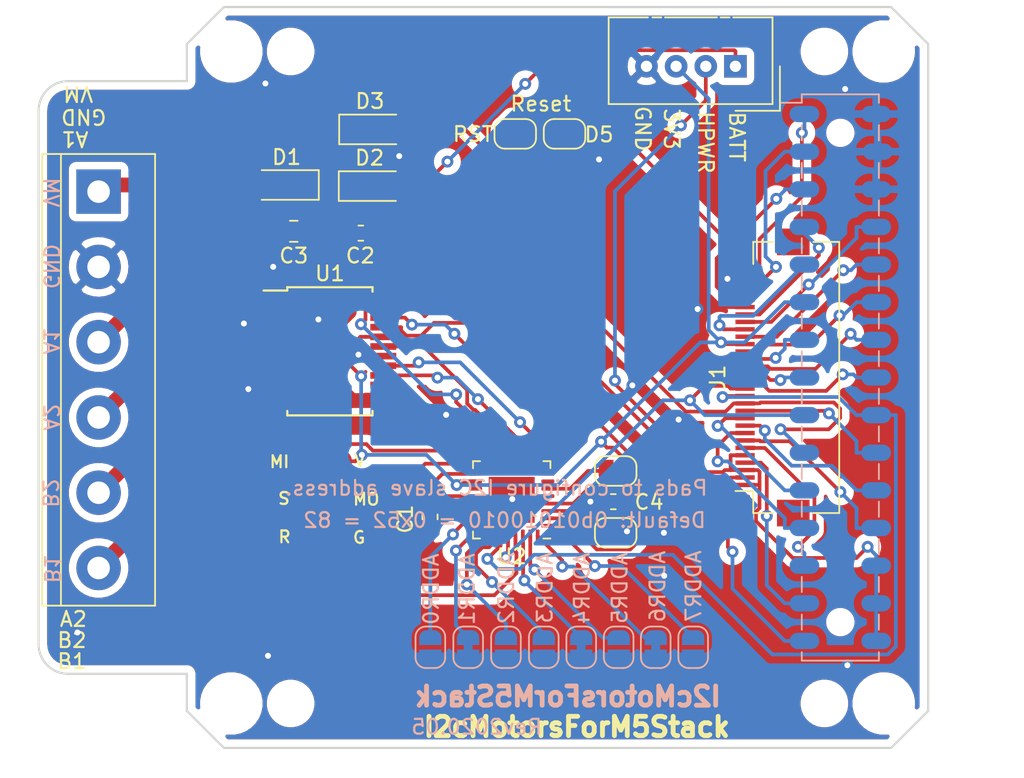
<source format=kicad_pcb>
(kicad_pcb (version 20171130) (host pcbnew 5.1.5-52549c5~86~ubuntu18.04.1)
  (layers (0 F.Cu signal) (31 B.Cu signal) (34 B.Paste user) (35 F.Paste user) (36 B.SilkS user) (37 F.SilkS user) (38 B.Mask user) (39 F.Mask user) (44 Edge.Cuts user))
  (net 0 "")
  (net 1 GND)
  (net 2 +BATT)
  (net 3 +5V)
  (net 4 +3V3)
  (net 5 /35)
  (net 6 /36)
  (net 7 /RST)
  (net 8 /25)
  (net 9 /23)
  (net 10 /26)
  (net 11 /19)
  (net 12 /18)
  (net 13 /1)
  (net 14 /3)
  (net 15 /17)
  (net 16 /16)
  (net 17 /22)
  (net 18 /21)
  (net 19 /5)
  (net 20 /2)
  (net 21 /13)
  (net 22 /12)
  (net 23 /0)
  (net 24 /15)
  (net 25 /34)
  (net 26 /HPWR)
  (net 27 "Net-(C1-Pad1)")
  (net 28 /B2)
  (net 29 /A1)
  (net 30 /B1)
  (net 31 /A2)
  (net 32 /PWMA)
  (net 33 /AIN2)
  (net 34 /AIN1)
  (net 35 /STBY)
  (net 36 /BIN1)
  (net 37 /BIN2)
  (net 38 /PWMB)
  (net 39 "Net-(U2-Pad22)")
  (net 40 "Net-(U2-Pad19)")
  (net 41 "Net-(U2-Pad8)")
  (net 42 "Net-(U2-Pad7)")
  (net 43 /SPI_RESET)
  (net 44 /MOSI)
  (net 45 /SCK)
  (net 46 /MISO)
  (net 47 /ADDR1)
  (net 48 /ADDR2)
  (net 49 VCC)
  (net 50 /ADDR3)
  (net 51 /ADDR4)
  (net 52 /ADDR5)
  (net 53 /ADDR6)
  (net 54 /ADDR7)
  (net 55 "Net-(JP3-Pad2)")
  (net 56 "Net-(JP4-Pad2)")
  (net 57 /VM)
  (net 58 /ADDR0)
  (module Connector:NS-Tech_Grove_1x04_P2mm_Vertical (layer F.Cu) (at 137 54 270)
    (fp_text reference J5 hide)
    (fp_text value Conn_01x04)
    (pad 4 thru_hole circle (at 0 6 270) (size 1.524 1.524) (drill 0.762) (layers *.Cu *.Mask) (net 1 GND))
    (pad 3 thru_hole circle (at 0 4 270) (size 1.524 1.524) (drill 0.762) (layers *.Cu *.Mask) (net 4 +3V3))
    (pad 2 thru_hole circle (at 0 2 270) (size 1.524 1.524) (drill 0.762) (layers *.Cu *.Mask) (net 26 /HPWR))
    (pad 1 thru_hole rect (at 0 0 270) (size 1.524 1.524) (drill 0.762) (layers *.Cu *.Mask) (net 2 +BATT))
  )
  (module Jumper:SolderJumper-2_P1.3mm_Bridged_RoundedPad1.0x1.5mm (layer B.Cu) (at 126.5988 93.2082 90)
    (fp_text reference ADDR4 (at 3.975 0.05 270) (layer B.SilkS) (effects (justify mirror)))
    (fp_text value NC)
    (fp_poly (pts (xy 0.25 0.3) (xy -0.25 0.3) (xy -0.25 -0.3) (xy 0.25 -0.3)) (layer B.Cu) (width 0))
    (pad 1 smd custom (at -0.65 0 90) (size 1 0.5) (layers B.Cu B.Mask) (net 1 GND) (options (clearance outline) (anchor rect)) (primitives (gr_circle (center 0 -0.25) (end 0.5 -0.25) (width 0)) (gr_circle (center 0 0.25) (end 0.5 0.25) (width 0)) (gr_poly (pts (xy 0 0.75) (xy 0.5 0.75) (xy 0.5 -0.75) (xy 0 -0.75)) (width 0))))
    (pad 2 smd custom (at 0.65 0 90) (size 1 0.5) (layers B.Cu B.Mask) (net 51 /ADDR4) (options (clearance outline) (anchor rect)) (primitives (gr_circle (center 0 -0.25) (end 0.5 -0.25) (width 0)) (gr_circle (center 0 0.25) (end 0.5 0.25) (width 0)) (gr_poly (pts (xy 0 0.75) (xy -0.5 0.75) (xy -0.5 -0.75) (xy 0 -0.75)) (width 0))))
  )
  (module Jumper:SolderJumper-2_P1.3mm_Open_RoundedPad1.0x1.5mm (layer B.Cu) (at 134.1488 93.2082 90)
    (fp_text reference ADDR7 (at 4.125 0.025 270) (layer B.SilkS) (effects (justify mirror)))
    (fp_text value NO)
    (pad 2 smd custom (at 0.65 0 90) (size 1 0.5) (layers B.Cu B.Mask) (net 54 /ADDR7) (options (clearance outline) (anchor rect)) (primitives (gr_circle (center 0 -0.25) (end 0.5 -0.25) (width 0)) (gr_circle (center 0 0.25) (end 0.5 0.25) (width 0)) (gr_poly (pts (xy 0 0.75) (xy -0.5 0.75) (xy -0.5 -0.75) (xy 0 -0.75)) (width 0))))
    (pad 1 smd custom (at -0.65 0 90) (size 1 0.5) (layers B.Cu B.Mask) (net 1 GND) (options (clearance outline) (anchor rect)) (primitives (gr_circle (center 0 -0.25) (end 0.5 -0.25) (width 0)) (gr_circle (center 0 0.25) (end 0.5 0.25) (width 0)) (gr_poly (pts (xy 0 0.75) (xy 0.5 0.75) (xy 0.5 -0.75) (xy 0 -0.75)) (width 0))))
  )
  (module Jumper:SolderJumper-2_P1.3mm_Bridged_RoundedPad1.0x1.5mm (layer B.Cu) (at 131.6238 93.2082 90)
    (fp_text reference ADDR6 (at 4.1 0.125 270) (layer B.SilkS) (effects (justify mirror)))
    (fp_text value NC)
    (fp_poly (pts (xy 0.25 0.3) (xy -0.25 0.3) (xy -0.25 -0.3) (xy 0.25 -0.3)) (layer B.Cu) (width 0))
    (pad 1 smd custom (at -0.65 0 90) (size 1 0.5) (layers B.Cu B.Mask) (net 1 GND) (options (clearance outline) (anchor rect)) (primitives (gr_circle (center 0 -0.25) (end 0.5 -0.25) (width 0)) (gr_circle (center 0 0.25) (end 0.5 0.25) (width 0)) (gr_poly (pts (xy 0 0.75) (xy 0.5 0.75) (xy 0.5 -0.75) (xy 0 -0.75)) (width 0))))
    (pad 2 smd custom (at 0.65 0 90) (size 1 0.5) (layers B.Cu B.Mask) (net 53 /ADDR6) (options (clearance outline) (anchor rect)) (primitives (gr_circle (center 0 -0.25) (end 0.5 -0.25) (width 0)) (gr_circle (center 0 0.25) (end 0.5 0.25) (width 0)) (gr_poly (pts (xy 0 0.75) (xy -0.5 0.75) (xy -0.5 -0.75) (xy 0 -0.75)) (width 0))))
  )
  (module Jumper:SolderJumper-2_P1.3mm_Open_RoundedPad1.0x1.5mm (layer B.Cu) (at 129.1238 93.2082 90)
    (fp_text reference ADDR5 (at 4 0.075 270) (layer B.SilkS) (effects (justify mirror)))
    (fp_text value NO)
    (pad 2 smd custom (at 0.65 0 90) (size 1 0.5) (layers B.Cu B.Mask) (net 52 /ADDR5) (options (clearance outline) (anchor rect)) (primitives (gr_circle (center 0 -0.25) (end 0.5 -0.25) (width 0)) (gr_circle (center 0 0.25) (end 0.5 0.25) (width 0)) (gr_poly (pts (xy 0 0.75) (xy -0.5 0.75) (xy -0.5 -0.75) (xy 0 -0.75)) (width 0))))
    (pad 1 smd custom (at -0.65 0 90) (size 1 0.5) (layers B.Cu B.Mask) (net 1 GND) (options (clearance outline) (anchor rect)) (primitives (gr_circle (center 0 -0.25) (end 0.5 -0.25) (width 0)) (gr_circle (center 0 0.25) (end 0.5 0.25) (width 0)) (gr_poly (pts (xy 0 0.75) (xy 0.5 0.75) (xy 0.5 -0.75) (xy 0 -0.75)) (width 0))))
  )
  (module Jumper:SolderJumper-2_P1.3mm_Open_RoundedPad1.0x1.5mm (layer B.Cu) (at 124.0738 93.2082 90)
    (fp_text reference ADDR3 (at 4.025 0.075 270) (layer B.SilkS) (effects (justify mirror)))
    (fp_text value NO)
    (pad 2 smd custom (at 0.65 0 90) (size 1 0.5) (layers B.Cu B.Mask) (net 50 /ADDR3) (options (clearance outline) (anchor rect)) (primitives (gr_circle (center 0 -0.25) (end 0.5 -0.25) (width 0)) (gr_circle (center 0 0.25) (end 0.5 0.25) (width 0)) (gr_poly (pts (xy 0 0.75) (xy -0.5 0.75) (xy -0.5 -0.75) (xy 0 -0.75)) (width 0))))
    (pad 1 smd custom (at -0.65 0 90) (size 1 0.5) (layers B.Cu B.Mask) (net 1 GND) (options (clearance outline) (anchor rect)) (primitives (gr_circle (center 0 -0.25) (end 0.5 -0.25) (width 0)) (gr_circle (center 0 0.25) (end 0.5 0.25) (width 0)) (gr_poly (pts (xy 0 0.75) (xy 0.5 0.75) (xy 0.5 -0.75) (xy 0 -0.75)) (width 0))))
  )
  (module Jumper:SolderJumper-2_P1.3mm_Open_RoundedPad1.0x1.5mm (layer B.Cu) (at 121.5238 93.2082 90)
    (fp_text reference ADDR2 (at 3.975 0.025 270) (layer B.SilkS) (effects (justify mirror)))
    (fp_text value NO)
    (pad 2 smd custom (at 0.65 0 90) (size 1 0.5) (layers B.Cu B.Mask) (net 48 /ADDR2) (options (clearance outline) (anchor rect)) (primitives (gr_circle (center 0 -0.25) (end 0.5 -0.25) (width 0)) (gr_circle (center 0 0.25) (end 0.5 0.25) (width 0)) (gr_poly (pts (xy 0 0.75) (xy -0.5 0.75) (xy -0.5 -0.75) (xy 0 -0.75)) (width 0))))
    (pad 1 smd custom (at -0.65 0 90) (size 1 0.5) (layers B.Cu B.Mask) (net 1 GND) (options (clearance outline) (anchor rect)) (primitives (gr_circle (center 0 -0.25) (end 0.5 -0.25) (width 0)) (gr_circle (center 0 0.25) (end 0.5 0.25) (width 0)) (gr_poly (pts (xy 0 0.75) (xy 0.5 0.75) (xy 0.5 -0.75) (xy 0 -0.75)) (width 0))))
  )
  (module Jumper:SolderJumper-2_P1.3mm_Bridged_RoundedPad1.0x1.5mm (layer B.Cu) (at 118.9738 93.2082 90)
    (fp_text reference ADDR1 (at 3.925 -0.075 270) (layer B.SilkS) (effects (justify mirror)))
    (fp_text value NC)
    (fp_poly (pts (xy 0.25 0.3) (xy -0.25 0.3) (xy -0.25 -0.3) (xy 0.25 -0.3)) (layer B.Cu) (width 0))
    (pad 1 smd custom (at -0.65 0 90) (size 1 0.5) (layers B.Cu B.Mask) (net 1 GND) (options (clearance outline) (anchor rect)) (primitives (gr_circle (center 0 -0.25) (end 0.5 -0.25) (width 0)) (gr_circle (center 0 0.25) (end 0.5 0.25) (width 0)) (gr_poly (pts (xy 0 0.75) (xy 0.5 0.75) (xy 0.5 -0.75) (xy 0 -0.75)) (width 0))))
    (pad 2 smd custom (at 0.65 0 90) (size 1 0.5) (layers B.Cu B.Mask) (net 47 /ADDR1) (options (clearance outline) (anchor rect)) (primitives (gr_circle (center 0 -0.25) (end 0.5 -0.25) (width 0)) (gr_circle (center 0 0.25) (end 0.5 0.25) (width 0)) (gr_poly (pts (xy 0 0.75) (xy -0.5 0.75) (xy -0.5 -0.75) (xy 0 -0.75)) (width 0))))
  )
  (module Jumper:SolderJumper-2_P1.3mm_Open_RoundedPad1.0x1.5mm (layer B.Cu) (at 116.4238 93.2082 90)
    (fp_text reference ADDR0 (at 3.925 0.05 270) (layer B.SilkS) (effects (justify mirror)))
    (fp_text value NO)
    (pad 2 smd custom (at 0.65 0 90) (size 1 0.5) (layers B.Cu B.Mask) (net 58 /ADDR0) (options (clearance outline) (anchor rect)) (primitives (gr_circle (center 0 -0.25) (end 0.5 -0.25) (width 0)) (gr_circle (center 0 0.25) (end 0.5 0.25) (width 0)) (gr_poly (pts (xy 0 0.75) (xy -0.5 0.75) (xy -0.5 -0.75) (xy 0 -0.75)) (width 0))))
    (pad 1 smd custom (at -0.65 0 90) (size 1 0.5) (layers B.Cu B.Mask) (net 1 GND) (options (clearance outline) (anchor rect)) (primitives (gr_circle (center 0 -0.25) (end 0.5 -0.25) (width 0)) (gr_circle (center 0 0.25) (end 0.5 0.25) (width 0)) (gr_poly (pts (xy 0 0.75) (xy 0.5 0.75) (xy 0.5 -0.75) (xy 0 -0.75)) (width 0))))
  )
  (module my-kicad-footprints:PinSocket_2x15_P2.54mm_Vertical_SMD_just_for_M5Stack_bottom (layer B.Cu) (at 144.074 75 180)
    (fp_text reference J2 hide)
    (fp_text value 2x15socket)
    (pad 30 smd oval (at -2.42 -17.78 180) (size 2 1.1) (layers B.Cu B.Paste B.Mask) (net 26 /HPWR))
    (pad 29 smd oval (at 2.42 -17.78 180) (size 2 1.1) (layers B.Cu B.Paste B.Mask) (net 2 +BATT))
    (pad 28 smd oval (at -2.42 -15.24 180) (size 2 1.1) (layers B.Cu B.Paste B.Mask) (net 26 /HPWR))
    (pad 27 smd oval (at 2.42 -15.24 180) (size 2 1.1) (layers B.Cu B.Paste B.Mask) (net 3 +5V))
    (pad 26 smd oval (at -2.42 -12.7 180) (size 2 1.1) (layers B.Cu B.Paste B.Mask) (net 26 /HPWR))
    (pad 25 smd oval (at 2.42 -12.7 180) (size 2 1.1) (layers B.Cu B.Paste B.Mask) (net 25 /34))
    (pad 24 smd oval (at -2.42 -10.16 180) (size 2 1.1) (layers B.Cu B.Paste B.Mask) (net 24 /15))
    (pad 23 smd oval (at 2.42 -10.16 180) (size 2 1.1) (layers B.Cu B.Paste B.Mask) (net 23 /0))
    (pad 22 smd oval (at -2.42 -7.62 180) (size 2 1.1) (layers B.Cu B.Paste B.Mask) (net 22 /12))
    (pad 21 smd oval (at 2.42 -7.62 180) (size 2 1.1) (layers B.Cu B.Paste B.Mask) (net 21 /13))
    (pad 20 smd oval (at -2.42 -5.08 180) (size 2 1.1) (layers B.Cu B.Paste B.Mask) (net 20 /2))
    (pad 19 smd oval (at 2.42 -5.08 180) (size 2 1.1) (layers B.Cu B.Paste B.Mask) (net 19 /5))
    (pad 18 smd oval (at -2.42 -2.54 180) (size 2 1.1) (layers B.Cu B.Paste B.Mask) (net 18 /21))
    (pad 17 smd oval (at 2.42 -2.54 180) (size 2 1.1) (layers B.Cu B.Paste B.Mask) (net 17 /22))
    (pad 16 smd oval (at -2.42 0 180) (size 2 1.1) (layers B.Cu B.Paste B.Mask) (net 16 /16))
    (pad 15 smd oval (at 2.42 0 180) (size 2 1.1) (layers B.Cu B.Paste B.Mask) (net 15 /17))
    (pad 14 smd oval (at -2.42 2.54 180) (size 2 1.1) (layers B.Cu B.Paste B.Mask) (net 14 /3))
    (pad 13 smd oval (at 2.42 2.54 180) (size 2 1.1) (layers B.Cu B.Paste B.Mask) (net 13 /1))
    (pad 12 smd oval (at -2.42 5.08 180) (size 2 1.1) (layers B.Cu B.Paste B.Mask) (net 12 /18))
    (pad 11 smd oval (at 2.42 5.08 180) (size 2 1.1) (layers B.Cu B.Paste B.Mask) (net 4 +3V3))
    (pad 10 smd oval (at -2.42 7.62 180) (size 2 1.1) (layers B.Cu B.Paste B.Mask) (net 11 /19))
    (pad 9 smd oval (at 2.42 7.62 180) (size 2 1.1) (layers B.Cu B.Paste B.Mask) (net 10 /26))
    (pad 8 smd oval (at -2.42 10.16 180) (size 2 1.1) (layers B.Cu B.Paste B.Mask) (net 9 /23))
    (pad 7 smd oval (at 2.42 10.16 180) (size 2 1.1) (layers B.Cu B.Paste B.Mask) (net 8 /25))
    (pad 6 smd oval (at -2.42 12.7 180) (size 2 1.1) (layers B.Cu B.Paste B.Mask) (net 1 GND))
    (pad 5 smd oval (at 2.42 12.7 180) (size 2 1.1) (layers B.Cu B.Paste B.Mask) (net 7 /RST))
    (pad 4 smd oval (at -2.52 15.24 180) (size 2 1.1) (layers B.Cu B.Paste B.Mask) (net 1 GND))
    (pad 3 smd oval (at 2.42 15.24 180) (size 2 1.1) (layers B.Cu B.Paste B.Mask) (net 6 /36))
    (pad 2 smd oval (at -2.42 17.78 180) (size 2 1.1) (layers B.Cu B.Paste B.Mask) (net 1 GND))
    (pad 1 smd oval (at 2.42 17.78 180) (size 2 1.1) (layers B.Cu B.Paste B.Mask) (net 5 /35))
    (pad "" np_thru_hole circle (at 0 16.51 180) (size 0.9 0.9) (drill 0.9) (layers *.Cu *.Mask))
    (pad "" np_thru_hole circle (at 0 -16.51 180) (size 0.9 0.9) (drill 0.9) (layers *.Cu *.Mask))
  )
  (module Connector_FFC-FPC:Hirose_FH12-30S-0.5SH_1x30-1MP_P0.50mm_Horizontal (layer F.Cu) (at 139.5 75 90)
    (fp_text reference J1 (at 0 -3.7 270) (layer F.SilkS))
    (fp_text value FFC_connector)
    (pad 30 smd rect (at 7.25 -1.85 90) (size 0.3 1.3) (layers F.Cu F.Paste F.Mask) (net 5 /35))
    (pad 29 smd rect (at 6.75 -1.85 90) (size 0.3 1.3) (layers F.Cu F.Paste F.Mask) (net 1 GND))
    (pad 28 smd rect (at 6.25 -1.85 90) (size 0.3 1.3) (layers F.Cu F.Paste F.Mask) (net 6 /36))
    (pad 27 smd rect (at 5.75 -1.85 90) (size 0.3 1.3) (layers F.Cu F.Paste F.Mask) (net 1 GND))
    (pad 26 smd rect (at 5.25 -1.85 90) (size 0.3 1.3) (layers F.Cu F.Paste F.Mask) (net 7 /RST))
    (pad 25 smd rect (at 4.75 -1.85 90) (size 0.3 1.3) (layers F.Cu F.Paste F.Mask) (net 1 GND))
    (pad 24 smd rect (at 4.25 -1.85 90) (size 0.3 1.3) (layers F.Cu F.Paste F.Mask) (net 8 /25))
    (pad 23 smd rect (at 3.75 -1.85 90) (size 0.3 1.3) (layers F.Cu F.Paste F.Mask) (net 9 /23))
    (pad 22 smd rect (at 3.25 -1.85 90) (size 0.3 1.3) (layers F.Cu F.Paste F.Mask) (net 10 /26))
    (pad 21 smd rect (at 2.75 -1.85 90) (size 0.3 1.3) (layers F.Cu F.Paste F.Mask) (net 11 /19))
    (pad 20 smd rect (at 2.25 -1.85 90) (size 0.3 1.3) (layers F.Cu F.Paste F.Mask) (net 4 +3V3))
    (pad 19 smd rect (at 1.75 -1.85 90) (size 0.3 1.3) (layers F.Cu F.Paste F.Mask) (net 12 /18))
    (pad 18 smd rect (at 1.25 -1.85 90) (size 0.3 1.3) (layers F.Cu F.Paste F.Mask) (net 13 /1))
    (pad 17 smd rect (at 0.75 -1.85 90) (size 0.3 1.3) (layers F.Cu F.Paste F.Mask) (net 14 /3))
    (pad 16 smd rect (at 0.25 -1.85 90) (size 0.3 1.3) (layers F.Cu F.Paste F.Mask) (net 15 /17))
    (pad 15 smd rect (at -0.25 -1.85 90) (size 0.3 1.3) (layers F.Cu F.Paste F.Mask) (net 16 /16))
    (pad 14 smd rect (at -0.75 -1.85 90) (size 0.3 1.3) (layers F.Cu F.Paste F.Mask) (net 17 /22))
    (pad 13 smd rect (at -1.25 -1.85 90) (size 0.3 1.3) (layers F.Cu F.Paste F.Mask) (net 18 /21))
    (pad 12 smd rect (at -1.75 -1.85 90) (size 0.3 1.3) (layers F.Cu F.Paste F.Mask) (net 19 /5))
    (pad 11 smd rect (at -2.25 -1.85 90) (size 0.3 1.3) (layers F.Cu F.Paste F.Mask) (net 20 /2))
    (pad 10 smd rect (at -2.75 -1.85 90) (size 0.3 1.3) (layers F.Cu F.Paste F.Mask) (net 21 /13))
    (pad 9 smd rect (at -3.25 -1.85 90) (size 0.3 1.3) (layers F.Cu F.Paste F.Mask) (net 22 /12))
    (pad 8 smd rect (at -3.75 -1.85 90) (size 0.3 1.3) (layers F.Cu F.Paste F.Mask) (net 23 /0))
    (pad 7 smd rect (at -4.25 -1.85 90) (size 0.3 1.3) (layers F.Cu F.Paste F.Mask) (net 24 /15))
    (pad 6 smd rect (at -4.75 -1.85 90) (size 0.3 1.3) (layers F.Cu F.Paste F.Mask) (net 25 /34))
    (pad 5 smd rect (at -5.25 -1.85 90) (size 0.3 1.3) (layers F.Cu F.Paste F.Mask) (net 26 /HPWR))
    (pad 4 smd rect (at -5.75 -1.85 90) (size 0.3 1.3) (layers F.Cu F.Paste F.Mask) (net 3 +5V))
    (pad 3 smd rect (at -6.25 -1.85 90) (size 0.3 1.3) (layers F.Cu F.Paste F.Mask) (net 26 /HPWR))
    (pad 2 smd rect (at -6.75 -1.85 90) (size 0.3 1.3) (layers F.Cu F.Paste F.Mask) (net 2 +BATT))
    (pad 1 smd rect (at -7.25 -1.85 90) (size 0.3 1.3) (layers F.Cu F.Paste F.Mask) (net 26 /HPWR))
    (pad MP smd rect (at -9.15 1.4 90) (size 1.8 2.2) (layers F.Cu F.Paste F.Mask))
    (pad MP smd rect (at 9.15 1.4 90) (size 1.8 2.2) (layers F.Cu F.Paste F.Mask))
  )
  (module TerminalBlock:TerminalBlock_bornier-6_P5.08mm (layer F.Cu) (at 94.0488 62.4582 270)
    (fp_text reference J4 hide)
    (fp_text value Conn_01x06)
    (pad 6 thru_hole circle (at 25.4 0 270) (size 3 3) (drill 1.52) (layers *.Cu *.Mask) (net 30 /B1))
    (pad 5 thru_hole circle (at 20.32 0 270) (size 3 3) (drill 1.52) (layers *.Cu *.Mask) (net 28 /B2))
    (pad 4 thru_hole circle (at 15.24 0 270) (size 3 3) (drill 1.52) (layers *.Cu *.Mask) (net 31 /A2))
    (pad 1 thru_hole rect (at 0 0 270) (size 3 3) (drill 1.52) (layers *.Cu *.Mask) (net 49 VCC))
    (pad 3 thru_hole circle (at 10.16 0 270) (size 3 3) (drill 1.52) (layers *.Cu *.Mask) (net 29 /A1))
    (pad 2 thru_hole circle (at 5.08 0 270) (size 3 3) (drill 1.52) (layers *.Cu *.Mask) (net 1 GND))
  )
  (module Diode_SMD:D_SOD-123F (layer F.Cu) (at 112.474 58.2582)
    (fp_text reference D3 (at -0.127 -1.905) (layer F.SilkS))
    (fp_text value D)
    (pad 2 smd rect (at 1.4 0) (size 1.1 1.1) (layers F.Cu F.Paste F.Mask) (net 1 GND))
    (pad 1 smd rect (at -1.4 0) (size 1.1 1.1) (layers F.Cu F.Paste F.Mask) (net 57 /VM))
  )
  (module Package_DFN_QFN:QFN-32-1EP_5x5mm_P0.5mm_EP3.1x3.1mm (layer F.Cu) (at 121.911 83.2582 180)
    (fp_text reference U2 (at 0 -3.82) (layer F.SilkS))
    (fp_text value ATmega328PB-MU)
    (pad 33 smd rect (at 0 0 180) (size 3.1 3.1) (layers F.Cu F.Mask) (net 1 GND))
    (pad 32 smd roundrect (at -1.75 -2.4375 180) (size 0.25 0.875) (layers F.Cu F.Paste F.Mask) (net 53 /ADDR6))
    (pad 31 smd roundrect (at -1.25 -2.4375 180) (size 0.25 0.875) (layers F.Cu F.Paste F.Mask) (net 52 /ADDR5))
    (pad 30 smd roundrect (at -0.75 -2.4375 180) (size 0.25 0.875) (layers F.Cu F.Paste F.Mask) (net 51 /ADDR4))
    (pad 29 smd roundrect (at -0.25 -2.4375 180) (size 0.25 0.875) (layers F.Cu F.Paste F.Mask) (net 43 /SPI_RESET))
    (pad 28 smd roundrect (at 0.25 -2.4375 180) (size 0.25 0.875) (layers F.Cu F.Paste F.Mask) (net 17 /22))
    (pad 27 smd roundrect (at 0.75 -2.4375 180) (size 0.25 0.875) (layers F.Cu F.Paste F.Mask) (net 18 /21))
    (pad 26 smd roundrect (at 1.25 -2.4375 180) (size 0.25 0.875) (layers F.Cu F.Paste F.Mask) (net 50 /ADDR3))
    (pad 25 smd roundrect (at 1.75 -2.4375 180) (size 0.25 0.875) (layers F.Cu F.Paste F.Mask) (net 48 /ADDR2))
    (pad 24 smd roundrect (at 2.4375 -1.75 180) (size 0.875 0.25) (layers F.Cu F.Paste F.Mask) (net 47 /ADDR1))
    (pad 23 smd roundrect (at 2.4375 -1.25 180) (size 0.875 0.25) (layers F.Cu F.Paste F.Mask) (net 58 /ADDR0))
    (pad 22 smd roundrect (at 2.4375 -0.75 180) (size 0.875 0.25) (layers F.Cu F.Paste F.Mask) (net 39 "Net-(U2-Pad22)"))
    (pad 21 smd roundrect (at 2.4375 -0.25 180) (size 0.875 0.25) (layers F.Cu F.Paste F.Mask) (net 1 GND))
    (pad 20 smd roundrect (at 2.4375 0.25 180) (size 0.875 0.25) (layers F.Cu F.Paste F.Mask) (net 27 "Net-(C1-Pad1)"))
    (pad 19 smd roundrect (at 2.4375 0.75 180) (size 0.875 0.25) (layers F.Cu F.Paste F.Mask) (net 40 "Net-(U2-Pad19)"))
    (pad 18 smd roundrect (at 2.4375 1.25 180) (size 0.875 0.25) (layers F.Cu F.Paste F.Mask) (net 4 +3V3))
    (pad 17 smd roundrect (at 2.4375 1.75 180) (size 0.875 0.25) (layers F.Cu F.Paste F.Mask) (net 45 /SCK))
    (pad 16 smd roundrect (at 1.75 2.4375 180) (size 0.25 0.875) (layers F.Cu F.Paste F.Mask) (net 46 /MISO))
    (pad 15 smd roundrect (at 1.25 2.4375 180) (size 0.25 0.875) (layers F.Cu F.Paste F.Mask) (net 44 /MOSI))
    (pad 14 smd roundrect (at 0.75 2.4375 180) (size 0.25 0.875) (layers F.Cu F.Paste F.Mask) (net 38 /PWMB))
    (pad 13 smd roundrect (at 0.25 2.4375 180) (size 0.25 0.875) (layers F.Cu F.Paste F.Mask) (net 32 /PWMA))
    (pad 12 smd roundrect (at -0.25 2.4375 180) (size 0.25 0.875) (layers F.Cu F.Paste F.Mask) (net 35 /STBY))
    (pad 11 smd roundrect (at -0.75 2.4375 180) (size 0.25 0.875) (layers F.Cu F.Paste F.Mask) (net 37 /BIN2))
    (pad 10 smd roundrect (at -1.25 2.4375 180) (size 0.25 0.875) (layers F.Cu F.Paste F.Mask) (net 36 /BIN1))
    (pad 9 smd roundrect (at -1.75 2.4375 180) (size 0.25 0.875) (layers F.Cu F.Paste F.Mask) (net 33 /AIN2))
    (pad 8 smd roundrect (at -2.4375 1.75 180) (size 0.875 0.25) (layers F.Cu F.Paste F.Mask) (net 41 "Net-(U2-Pad8)"))
    (pad 7 smd roundrect (at -2.4375 1.25 180) (size 0.875 0.25) (layers F.Cu F.Paste F.Mask) (net 42 "Net-(U2-Pad7)"))
    (pad 6 smd roundrect (at -2.4375 0.75 180) (size 0.875 0.25) (layers F.Cu F.Paste F.Mask) (net 56 "Net-(JP4-Pad2)"))
    (pad 5 smd roundrect (at -2.4375 0.25 180) (size 0.875 0.25) (layers F.Cu F.Paste F.Mask) (net 1 GND))
    (pad 4 smd roundrect (at -2.4375 -0.25 180) (size 0.875 0.25) (layers F.Cu F.Paste F.Mask) (net 4 +3V3))
    (pad 3 smd roundrect (at -2.4375 -0.75 180) (size 0.875 0.25) (layers F.Cu F.Paste F.Mask) (net 55 "Net-(JP3-Pad2)"))
    (pad 2 smd roundrect (at -2.4375 -1.25 180) (size 0.875 0.25) (layers F.Cu F.Paste F.Mask) (net 34 /AIN1))
    (pad 1 smd roundrect (at -2.4375 -1.75 180) (size 0.875 0.25) (layers F.Cu F.Paste F.Mask) (net 54 /ADDR7))
  )
  (module Jumper:SolderJumper-2_P1.3mm_Open_RoundedPad1.0x1.5mm (layer F.Cu) (at 128.924 81.3082 180)
    (fp_text reference JP4 hide)
    (fp_text value NO)
    (pad 2 smd custom (at 0.65 0 180) (size 1 0.5) (layers F.Cu F.Mask) (net 56 "Net-(JP4-Pad2)") (options (clearance outline) (anchor rect)) (primitives (gr_circle (center 0 0.25) (end 0.5 0.25) (width 0)) (gr_circle (center 0 -0.25) (end 0.5 -0.25) (width 0)) (gr_poly (pts (xy 0 -0.75) (xy -0.5 -0.75) (xy -0.5 0.75) (xy 0 0.75)) (width 0))))
    (pad 1 smd custom (at -0.65 0 180) (size 1 0.5) (layers F.Cu F.Mask) (net 4 +3V3) (options (clearance outline) (anchor rect)) (primitives (gr_circle (center 0 0.25) (end 0.5 0.25) (width 0)) (gr_circle (center 0 -0.25) (end 0.5 -0.25) (width 0)) (gr_poly (pts (xy 0 -0.75) (xy 0.5 -0.75) (xy 0.5 0.75) (xy 0 0.75)) (width 0))))
  )
  (module Jumper:SolderJumper-2_P1.3mm_Open_RoundedPad1.0x1.5mm (layer F.Cu) (at 128.924 85.4832 180)
    (fp_text reference JP3 hide)
    (fp_text value NO)
    (pad 2 smd custom (at 0.65 0 180) (size 1 0.5) (layers F.Cu F.Mask) (net 55 "Net-(JP3-Pad2)") (options (clearance outline) (anchor rect)) (primitives (gr_circle (center 0 0.25) (end 0.5 0.25) (width 0)) (gr_circle (center 0 -0.25) (end 0.5 -0.25) (width 0)) (gr_poly (pts (xy 0 -0.75) (xy -0.5 -0.75) (xy -0.5 0.75) (xy 0 0.75)) (width 0))))
    (pad 1 smd custom (at -0.65 0 180) (size 1 0.5) (layers F.Cu F.Mask) (net 1 GND) (options (clearance outline) (anchor rect)) (primitives (gr_circle (center 0 0.25) (end 0.5 0.25) (width 0)) (gr_circle (center 0 -0.25) (end 0.5 -0.25) (width 0)) (gr_poly (pts (xy 0 -0.75) (xy 0.5 -0.75) (xy 0.5 0.75) (xy 0 0.75)) (width 0))))
  )
  (module footprints:2x03_P2.54mm_Pads (layer F.Cu) (at 109.104 83.1932)
    (fp_text reference J3 hide)
    (fp_text value Conn_01x06)
    (fp_text user R (at -2.5146 2.5654) (layer F.SilkS) (effects (font (size 0.8 0.8))))
    (fp_text user G (at 2.5146 2.6035) (layer F.SilkS) (effects (font (size 0.8 0.8))))
    (fp_text user MO (at 2.9972 0.0254) (layer F.SilkS) (effects (font (size 0.8 0.8))))
    (fp_text user S (at -2.5527 -0.0254) (layer F.SilkS) (effects (font (size 0.8 0.8))))
    (fp_text user V (at 2.5527 -2.5654) (layer F.SilkS) (effects (font (size 0.8 0.8))))
    (fp_text user MI (at -2.8575 -2.5019) (layer F.SilkS) (effects (font (size 0.8 0.8))))
    (pad 1 connect circle (at -1.27 -2.54) (size 1.524 1.524) (layers F.Cu F.Mask) (net 46 /MISO))
    (pad 2 connect circle (at 1.27 -2.54) (size 1.524 1.524) (layers F.Cu F.Mask) (net 4 +3V3))
    (pad 3 connect circle (at -1.27 0) (size 1.524 1.524) (layers F.Cu F.Mask) (net 45 /SCK))
    (pad 4 connect circle (at 1.27 0) (size 1.524 1.524) (layers F.Cu F.Mask) (net 44 /MOSI))
    (pad 5 connect circle (at -1.27 2.54) (size 1.524 1.524) (layers F.Cu F.Mask) (net 43 /SPI_RESET))
    (pad 6 connect circle (at 1.27 2.54) (size 1.524 1.524) (layers F.Cu F.Mask) (net 1 GND))
  )
  (module Diode_SMD:D_SOD-123F (layer F.Cu) (at 112.449 62.0832)
    (fp_text reference D2 (at -0.127 -1.905) (layer F.SilkS))
    (fp_text value D)
    (pad 2 smd rect (at 1.4 0) (size 1.1 1.1) (layers F.Cu F.Paste F.Mask) (net 2 +BATT))
    (pad 1 smd rect (at -1.4 0) (size 1.1 1.1) (layers F.Cu F.Paste F.Mask) (net 57 /VM))
  )
  (module Diode_SMD:D_SOD-123F (layer F.Cu) (at 106.699 62.0082 180)
    (fp_text reference D1 (at -0.0248 1.875) (layer F.SilkS))
    (fp_text value D)
    (pad 2 smd rect (at 1.4 0 180) (size 1.1 1.1) (layers F.Cu F.Paste F.Mask) (net 49 VCC))
    (pad 1 smd rect (at -1.4 0 180) (size 1.1 1.1) (layers F.Cu F.Paste F.Mask) (net 57 /VM))
  )
  (module Capacitor_SMD:C_0603_1608Metric (layer F.Cu) (at 128.761 83.3832 180)
    (fp_text reference C4 (at -2.4125 -0.025) (layer F.SilkS))
    (fp_text value 0.1uf)
    (pad 2 smd roundrect (at 0.7875 0 180) (size 0.875 0.95) (layers F.Cu F.Paste F.Mask) (net 1 GND))
    (pad 1 smd roundrect (at -0.7875 0 180) (size 0.875 0.95) (layers F.Cu F.Paste F.Mask) (net 4 +3V3))
  )
  (module Capacitor_SMD:C_0805_2012Metric (layer F.Cu) (at 107.211 65.1332 180)
    (fp_text reference C3 (at 0 -1.65) (layer F.SilkS))
    (fp_text value 10uf)
    (pad 2 smd roundrect (at 0.9375 0 180) (size 0.975 1.4) (layers F.Cu F.Paste F.Mask) (net 1 GND))
    (pad 1 smd roundrect (at -0.9375 0 180) (size 0.975 1.4) (layers F.Cu F.Paste F.Mask) (net 57 /VM))
  )
  (module Capacitor_SMD:C_0603_1608Metric (layer F.Cu) (at 111.736 65.2582)
    (fp_text reference C2 (at -0.0375 1.525) (layer F.SilkS))
    (fp_text value 0.1uf)
    (pad 2 smd roundrect (at 0.7875 0) (size 0.875 0.95) (layers F.Cu F.Paste F.Mask) (net 1 GND))
    (pad 1 smd roundrect (at -0.7875 0) (size 0.875 0.95) (layers F.Cu F.Paste F.Mask) (net 57 /VM))
  )
  (module Package_SO:SSOP-24_5.3x8.2mm_P0.65mm (layer F.Cu) (at 109.649 73.2332)
    (fp_text reference U1 (at 0 -5.25) (layer F.SilkS))
    (fp_text value TB6612FNG)
    (pad 24 smd rect (at 3.6 -3.575) (size 1.75 0.45) (layers F.Cu F.Paste F.Mask) (net 57 /VM))
    (pad 23 smd rect (at 3.6 -2.925) (size 1.75 0.45) (layers F.Cu F.Paste F.Mask) (net 32 /PWMA))
    (pad 22 smd rect (at 3.6 -2.275) (size 1.75 0.45) (layers F.Cu F.Paste F.Mask) (net 33 /AIN2))
    (pad 21 smd rect (at 3.6 -1.625) (size 1.75 0.45) (layers F.Cu F.Paste F.Mask) (net 34 /AIN1))
    (pad 20 smd rect (at 3.6 -0.975) (size 1.75 0.45) (layers F.Cu F.Paste F.Mask) (net 4 +3V3))
    (pad 19 smd rect (at 3.6 -0.325) (size 1.75 0.45) (layers F.Cu F.Paste F.Mask) (net 35 /STBY))
    (pad 18 smd rect (at 3.6 0.325) (size 1.75 0.45) (layers F.Cu F.Paste F.Mask) (net 1 GND))
    (pad 17 smd rect (at 3.6 0.975) (size 1.75 0.45) (layers F.Cu F.Paste F.Mask) (net 36 /BIN1))
    (pad 16 smd rect (at 3.6 1.625) (size 1.75 0.45) (layers F.Cu F.Paste F.Mask) (net 37 /BIN2))
    (pad 15 smd rect (at 3.6 2.275) (size 1.75 0.45) (layers F.Cu F.Paste F.Mask) (net 38 /PWMB))
    (pad 14 smd rect (at 3.6 2.925) (size 1.75 0.45) (layers F.Cu F.Paste F.Mask) (net 57 /VM))
    (pad 13 smd rect (at 3.6 3.575) (size 1.75 0.45) (layers F.Cu F.Paste F.Mask) (net 57 /VM))
    (pad 12 smd rect (at -3.6 3.575) (size 1.75 0.45) (layers F.Cu F.Paste F.Mask) (net 30 /B1))
    (pad 11 smd rect (at -3.6 2.925) (size 1.75 0.45) (layers F.Cu F.Paste F.Mask) (net 30 /B1))
    (pad 10 smd rect (at -3.6 2.275) (size 1.75 0.45) (layers F.Cu F.Paste F.Mask) (net 1 GND))
    (pad 9 smd rect (at -3.6 1.625) (size 1.75 0.45) (layers F.Cu F.Paste F.Mask) (net 1 GND))
    (pad 8 smd rect (at -3.6 0.975) (size 1.75 0.45) (layers F.Cu F.Paste F.Mask) (net 28 /B2))
    (pad 7 smd rect (at -3.6 0.325) (size 1.75 0.45) (layers F.Cu F.Paste F.Mask) (net 28 /B2))
    (pad 6 smd rect (at -3.6 -0.325) (size 1.75 0.45) (layers F.Cu F.Paste F.Mask) (net 31 /A2))
    (pad 5 smd rect (at -3.6 -0.975) (size 1.75 0.45) (layers F.Cu F.Paste F.Mask) (net 31 /A2))
    (pad 4 smd rect (at -3.6 -1.625) (size 1.75 0.45) (layers F.Cu F.Paste F.Mask) (net 1 GND))
    (pad 3 smd rect (at -3.6 -2.275) (size 1.75 0.45) (layers F.Cu F.Paste F.Mask) (net 1 GND))
    (pad 2 smd rect (at -3.6 -2.925) (size 1.75 0.45) (layers F.Cu F.Paste F.Mask) (net 29 /A1))
    (pad 1 smd rect (at -3.6 -3.575) (size 1.75 0.45) (layers F.Cu F.Paste F.Mask) (net 29 /A1))
  )
  (module Jumper:SolderJumper-2_P1.3mm_Open_RoundedPad1.0x1.5mm (layer F.Cu) (at 125.474 58.5582)
    (fp_text reference JP2 hide)
    (fp_text value NO)
    (pad 2 smd custom (at 0.65 0) (size 1 0.5) (layers F.Cu F.Mask) (net 19 /5) (options (clearance outline) (anchor rect)) (primitives (gr_circle (center 0 0.25) (end 0.5 0.25) (width 0)) (gr_circle (center 0 -0.25) (end 0.5 -0.25) (width 0)) (gr_poly (pts (xy 0 -0.75) (xy -0.5 -0.75) (xy -0.5 0.75) (xy 0 0.75)) (width 0))))
    (pad 1 smd custom (at -0.65 0) (size 1 0.5) (layers F.Cu F.Mask) (net 43 /SPI_RESET) (options (clearance outline) (anchor rect)) (primitives (gr_circle (center 0 0.25) (end 0.5 0.25) (width 0)) (gr_circle (center 0 -0.25) (end 0.5 -0.25) (width 0)) (gr_poly (pts (xy 0 -0.75) (xy 0.5 -0.75) (xy 0.5 0.75) (xy 0 0.75)) (width 0))))
  )
  (module Jumper:SolderJumper-2_P1.3mm_Bridged_RoundedPad1.0x1.5mm (layer F.Cu) (at 122.149 58.5582)
    (fp_text reference JP1 hide)
    (fp_text value NC)
    (fp_poly (pts (xy 0.25 -0.3) (xy -0.25 -0.3) (xy -0.25 0.3) (xy 0.25 0.3)) (layer F.Cu) (width 0))
    (pad 1 smd custom (at -0.65 0) (size 1 0.5) (layers F.Cu F.Mask) (net 7 /RST) (options (clearance outline) (anchor rect)) (primitives (gr_circle (center 0 0.25) (end 0.5 0.25) (width 0)) (gr_circle (center 0 -0.25) (end 0.5 -0.25) (width 0)) (gr_poly (pts (xy 0 -0.75) (xy 0.5 -0.75) (xy 0.5 0.75) (xy 0 0.75)) (width 0))))
    (pad 2 smd custom (at 0.65 0) (size 1 0.5) (layers F.Cu F.Mask) (net 43 /SPI_RESET) (options (clearance outline) (anchor rect)) (primitives (gr_circle (center 0 0.25) (end 0.5 0.25) (width 0)) (gr_circle (center 0 -0.25) (end 0.5 -0.25) (width 0)) (gr_poly (pts (xy 0 -0.75) (xy -0.5 -0.75) (xy -0.5 0.75) (xy 0 0.75)) (width 0))))
  )
  (module Capacitor_SMD:C_0603_1608Metric (layer F.Cu) (at 116.399 84.4082 270)
    (fp_text reference C1 (at 0.15 1.675 90) (layer F.SilkS))
    (fp_text value 0.1uf)
    (pad 2 smd roundrect (at 0.7875 0 270) (size 0.875 0.95) (layers F.Cu F.Paste F.Mask) (net 1 GND))
    (pad 1 smd roundrect (at -0.7875 0 270) (size 0.875 0.95) (layers F.Cu F.Paste F.Mask) (net 27 "Net-(C1-Pad1)"))
  )
  (module MountingHole:MountingHole_3.2mm_M3 (layer F.Cu) (at 103 53)
    (fp_text reference REF1 hide)
    (fp_text value MountingHole_3.2mm_M3)
    (pad 1 np_thru_hole circle (at 0 0) (size 3.2 3.2) (drill 3.2) (layers *.Cu *.Mask))
  )
  (module MountingHole:MountingHole_3.2mm_M3 (layer F.Cu) (at 147 53)
    (fp_text reference REF4 hide)
    (fp_text value MountingHole_3.2mm_M3)
    (pad 1 np_thru_hole circle (at 0 0) (size 3.2 3.2) (drill 3.2) (layers *.Cu *.Mask))
  )
  (module MountingHole:MountingHole_3.2mm_M3 (layer F.Cu) (at 103 97)
    (fp_text reference REF6 hide)
    (fp_text value MountingHole_3.2mm_M3)
    (pad 1 np_thru_hole circle (at 0 0) (size 3.2 3.2) (drill 3.2) (layers *.Cu *.Mask))
  )
  (module MountingHole:MountingHole_3.2mm_M3 (layer F.Cu) (at 147 97)
    (fp_text reference REF9 hide)
    (fp_text value MountingHole_3.2mm_M3)
    (pad 1 np_thru_hole circle (at 0 0) (size 3.2 3.2) (drill 3.2) (layers *.Cu *.Mask))
  )
  (module MountingHole:MountingHole_2.2mm_M2 (layer F.Cu) (at 107 53)
    (fp_text reference REF2 hide)
    (fp_text value MountingHole_2.2mm_M2)
    (pad 1 np_thru_hole circle (at 0 0) (size 2.2 2.2) (drill 2.2) (layers *.Cu *.Mask))
  )
  (module MountingHole:MountingHole_2.2mm_M2 (layer F.Cu) (at 143 53)
    (fp_text reference REF3 hide)
    (fp_text value MountingHole_2.2mm_M2)
    (pad 1 np_thru_hole circle (at 0 0) (size 2.2 2.2) (drill 2.2) (layers *.Cu *.Mask))
  )
  (module MountingHole:MountingHole_2.2mm_M2 (layer F.Cu) (at 107 97)
    (fp_text reference REF7 hide)
    (fp_text value MountingHole_2.2mm_M2)
    (pad 1 np_thru_hole circle (at 0 0) (size 2.2 2.2) (drill 2.2) (layers *.Cu *.Mask))
  )
  (module MountingHole:MountingHole_2.2mm_M2 (layer F.Cu) (at 143 97)
    (fp_text reference REF8 hide)
    (fp_text value MountingHole_2.2mm_M2)
    (pad 1 np_thru_hole circle (at 0 0) (size 2.2 2.2) (drill 2.2) (layers *.Cu *.Mask))
  )
  (gr_text "Default: 0b01010010 = 0x52 = 82" (at 121.4238 84.6332) (layer B.SilkS) (effects (font (size 1 1)) (justify mirror)))
  (gr_text "Pads to configure I2C slave address." (at 120.8738 82.4582) (layer B.SilkS) (effects (font (size 1 1)) (justify mirror)))
  (gr_text GND (at 130.7488 58.2082 270) (layer F.SilkS) (effects (font (size 1 1))))
  (gr_text 3V3 (at 132.6988 58.2332 270) (layer F.SilkS) (effects (font (size 1 1))))
  (gr_text HPWR (at 134.9988 59.1332 270) (layer F.SilkS) (effects (font (size 1 1))))
  (gr_text BATT (at 137.0988 58.7582 270) (layer F.SilkS) (effects (font (size 1 1))))
  (gr_text I2cMotorsForM5Stack (at 126.2988 98.5832) (layer F.SilkS) (effects (font (size 1.3 1.3) (thickness 0.325))))
  (gr_text B1 (at 90.8988 87.9082 270) (layer B.SilkS) (effects (font (size 1 1)) (justify mirror)))
  (gr_text B2 (at 90.7738 82.8082 270) (layer B.SilkS) (effects (font (size 1 1)) (justify mirror)))
  (gr_text A2 (at 90.8488 77.6832 270) (layer B.SilkS) (effects (font (size 1 1)) (justify mirror)))
  (gr_text A1 (at 90.8488 72.5332 270) (layer B.SilkS) (effects (font (size 1 1)) (justify mirror)))
  (gr_text GND (at 90.8488 67.5082 270) (layer B.SilkS) (effects (font (size 1 1)) (justify mirror)))
  (gr_text VM (at 90.8238 62.5082 270) (layer B.SilkS) (effects (font (size 1 1)) (justify mirror)))
  (gr_arc (start 92 93) (end 90 93) (angle -90) (layer Edge.Cuts) (width 0.15))
  (gr_arc (start 92 57) (end 92 55) (angle -90) (layer Edge.Cuts) (width 0.15))
  (gr_line (start 100 95) (end 100 97.5) (layer Edge.Cuts) (width 0.15))
  (gr_line (start 92 95) (end 100 95) (layer Edge.Cuts) (width 0.15))
  (gr_line (start 90 57) (end 90 93) (layer Edge.Cuts) (width 0.15))
  (gr_line (start 100 55) (end 92 55) (layer Edge.Cuts) (width 0.15))
  (gr_text VM (at 92.6738 55.8582 180) (layer F.SilkS) (effects (font (size 1 1))))
  (gr_text GND (at 93.0488 57.4082 180) (layer F.SilkS) (effects (font (size 1 1))))
  (gr_line (start 150 97.5) (end 150 52.5) (layer Edge.Cuts) (width 0.15))
  (gr_line (start 147.5 100) (end 150 97.5) (layer Edge.Cuts) (width 0.15))
  (gr_line (start 102.5 100) (end 147.5 100) (layer Edge.Cuts) (width 0.15))
  (gr_line (start 100 97.5) (end 102.5 100) (layer Edge.Cuts) (width 0.15))
  (gr_line (start 100 52.5) (end 100 55) (layer Edge.Cuts) (width 0.15))
  (gr_line (start 102.5 50) (end 100 52.5) (layer Edge.Cuts) (width 0.15))
  (gr_line (start 147.5 50) (end 102.5 50) (layer Edge.Cuts) (width 0.15))
  (gr_line (start 150 52.5) (end 147.5 50) (layer Edge.Cuts) (width 0.15))
  (gr_text RST (at 119.2988 58.5832) (layer F.SilkS) (effects (font (size 1 1))))
  (gr_text B1 (at 92.2488 94.1582) (layer F.SilkS) (effects (font (size 1 1))))
  (gr_text B2 (at 92.2488 92.7332) (layer F.SilkS) (effects (font (size 1 1))))
  (gr_text A2 (at 92.3488 91.3082) (layer F.SilkS) (effects (font (size 1 1))))
  (gr_text A1 (at 92.4488 58.9082 180) (layer F.SilkS) (effects (font (size 1 1))))
  (gr_text Rev2020.05 (at 119.5488 98.5832) (layer B.SilkS) (effects (font (size 1 1)) (justify mirror)))
  (gr_text I2cMotorsForM5Stack (at 125.6988 96.5332) (layer B.SilkS) (effects (font (size 1.3 1.3) (thickness 0.325)) (justify mirror)))
  (gr_text D5 (at 127.7988 58.6082) (layer F.SilkS) (effects (font (size 1 1))))
  (gr_text Reset (at 123.8738 56.5332) (layer F.SilkS) (effects (font (size 1 1))))
  (via (at 129.6846 85.3832) (size 0.8) (drill 0.4) (layers F.Cu B.Cu) (net 1))
  (segment (start 129.574 85.4832) (end 129.5846 85.4832) (width 0.25) (layer F.Cu) (net 1))
  (segment (start 129.5846 85.4832) (end 129.6846 85.3832) (width 0.25) (layer F.Cu) (net 1))
  (via (at 132.1738 85.4832) (size 0.8) (drill 0.4) (layers F.Cu B.Cu) (net 1))
  (segment (start 129.6846 85.3832) (end 132.0738 85.3832) (width 0.25) (layer B.Cu) (net 1))
  (segment (start 132.0738 85.3832) (end 132.1738 85.4832) (width 0.25) (layer B.Cu) (net 1))
  (via (at 132.1988 88.3832) (size 0.8) (drill 0.4) (layers F.Cu B.Cu) (net 1))
  (segment (start 132.1738 85.4832) (end 132.1738 88.3582) (width 0.25) (layer F.Cu) (net 1))
  (segment (start 132.1738 88.3582) (end 132.1988 88.3832) (width 0.25) (layer F.Cu) (net 1))
  (segment (start 119.036 83.5082) (end 119.4735 83.5082) (width 0.25) (layer F.Cu) (net 1))
  (segment (start 117.755494 83.5082) (end 119.036 83.5082) (width 0.25) (layer F.Cu) (net 1))
  (segment (start 116.399 84.864694) (end 117.755494 83.5082) (width 0.25) (layer F.Cu) (net 1))
  (segment (start 116.399 85.1957) (end 116.399 84.864694) (width 0.25) (layer F.Cu) (net 1))
  (via (at 121.9488 83.2082) (size 0.8) (drill 0.4) (layers F.Cu B.Cu) (net 1))
  (segment (start 121.911 83.2582) (end 121.911 83.246) (width 0.25) (layer F.Cu) (net 1))
  (segment (start 121.911 83.246) (end 121.9488 83.2082) (width 0.25) (layer F.Cu) (net 1))
  (via (at 111.5738 73.4582) (size 0.8) (drill 0.4) (layers F.Cu B.Cu) (net 1))
  (segment (start 113.249 73.5582) (end 111.6738 73.5582) (width 0.25) (layer F.Cu) (net 1))
  (segment (start 111.6738 73.5582) (end 111.5738 73.4582) (width 0.25) (layer F.Cu) (net 1))
  (via (at 117.486703 77.520297) (size 0.8) (drill 0.4) (layers F.Cu B.Cu) (net 1))
  (segment (start 111.5738 73.4582) (end 115.635897 77.520297) (width 0.25) (layer B.Cu) (net 1))
  (segment (start 115.635897 77.520297) (end 117.486703 77.520297) (width 0.25) (layer B.Cu) (net 1))
  (segment (start 104.0988 71.6082) (end 103.8488 71.3582) (width 0.25) (layer F.Cu) (net 1))
  (segment (start 106.049 71.6082) (end 104.0988 71.6082) (width 0.25) (layer F.Cu) (net 1))
  (segment (start 109.1988 71.0832) (end 108.8738 71.0832) (width 0.25) (layer F.Cu) (net 1))
  (via (at 108.8738 71.0832) (size 0.8) (drill 0.4) (layers F.Cu B.Cu) (net 1))
  (via (at 103.8488 71.3582) (size 0.8) (drill 0.4) (layers F.Cu B.Cu) (net 1))
  (segment (start 104.1238 71.0832) (end 103.8488 71.3582) (width 0.25) (layer B.Cu) (net 1))
  (segment (start 108.8738 71.0832) (end 104.1238 71.0832) (width 0.25) (layer B.Cu) (net 1))
  (segment (start 104.924 75.5082) (end 104.599 75.8332) (width 0.25) (layer F.Cu) (net 1))
  (segment (start 106.049 75.5082) (end 104.924 75.5082) (width 0.25) (layer F.Cu) (net 1))
  (segment (start 104.599 75.8332) (end 104.599 75.5334) (width 0.25) (layer F.Cu) (net 1))
  (segment (start 104.924 74.8582) (end 104.749 75.0332) (width 0.25) (layer F.Cu) (net 1))
  (segment (start 106.049 74.8582) (end 104.924 74.8582) (width 0.25) (layer F.Cu) (net 1))
  (segment (start 104.749 75.3834) (end 104.599 75.5334) (width 0.25) (layer F.Cu) (net 1))
  (segment (start 104.749 75.0332) (end 104.749 75.3834) (width 0.25) (layer F.Cu) (net 1))
  (via (at 104.1488 75.7832) (size 0.8) (drill 0.4) (layers F.Cu B.Cu) (net 1))
  (segment (start 106.049 74.8582) (end 105.0738 74.8582) (width 0.25) (layer F.Cu) (net 1))
  (segment (start 105.0738 74.8582) (end 104.1488 75.7832) (width 0.25) (layer F.Cu) (net 1))
  (segment (start 108.8488 71.0832) (end 108.8738 71.0832) (width 0.25) (layer B.Cu) (net 1))
  (segment (start 104.1488 75.7832) (end 108.8488 71.0832) (width 0.25) (layer B.Cu) (net 1))
  (segment (start 116.4238 93.8582) (end 118.9738 93.8582) (width 0.25) (layer B.Cu) (net 1))
  (segment (start 118.9738 93.8582) (end 121.5238 93.8582) (width 0.25) (layer B.Cu) (net 1))
  (segment (start 121.5238 93.8582) (end 124.0738 93.8582) (width 0.25) (layer B.Cu) (net 1))
  (segment (start 124.821392 93.8582) (end 126.5988 93.8582) (width 0.25) (layer B.Cu) (net 1))
  (segment (start 124.0738 93.8582) (end 124.821392 93.8582) (width 0.25) (layer B.Cu) (net 1))
  (segment (start 126.5988 93.8582) (end 129.1238 93.8582) (width 0.25) (layer B.Cu) (net 1))
  (segment (start 129.1238 93.8582) (end 131.6238 93.8582) (width 0.25) (layer B.Cu) (net 1))
  (segment (start 127.9735 83.3832) (end 127.2238 83.3832) (width 0.25) (layer F.Cu) (net 1))
  (via (at 127.218803 83.378203) (size 0.8) (drill 0.4) (layers F.Cu B.Cu) (net 1))
  (segment (start 127.2238 83.3832) (end 127.218803 83.378203) (width 0.25) (layer F.Cu) (net 1))
  (segment (start 129.2238 85.3832) (end 129.6846 85.3832) (width 0.25) (layer B.Cu) (net 1))
  (segment (start 127.218803 83.378203) (end 129.2238 85.3832) (width 0.25) (layer B.Cu) (net 1))
  (segment (start 122.1488 83.0082) (end 121.9488 83.2082) (width 0.25) (layer F.Cu) (net 1))
  (segment (start 124.3485 83.0082) (end 122.1488 83.0082) (width 0.25) (layer F.Cu) (net 1))
  (segment (start 121.661 83.5082) (end 121.911 83.2582) (width 0.25) (layer F.Cu) (net 1))
  (segment (start 119.4735 83.5082) (end 121.661 83.5082) (width 0.25) (layer F.Cu) (net 1))
  (via (at 136.4596 68.339289) (size 0.8) (drill 0.4) (layers F.Cu B.Cu) (net 1))
  (segment (start 136.4596 68.9596) (end 136.4596 68.339289) (width 0.25) (layer F.Cu) (net 1))
  (segment (start 137.65 69.25) (end 136.75 69.25) (width 0.25) (layer F.Cu) (net 1))
  (segment (start 136.75 69.25) (end 136.4596 68.9596) (width 0.25) (layer F.Cu) (net 1))
  (segment (start 136.548889 68.25) (end 137.65 68.25) (width 0.25) (layer F.Cu) (net 1))
  (segment (start 136.4596 68.339289) (end 136.548889 68.25) (width 0.25) (layer F.Cu) (net 1))
  (segment (start 132.1738 85.4832) (end 132.1738 78.834127) (width 0.25) (layer B.Cu) (net 1))
  (segment (start 132.1738 78.834127) (end 133.166399 77.841528) (width 0.25) (layer B.Cu) (net 1))
  (segment (start 130.858071 75.5332) (end 130.0488 75.5332) (width 0.25) (layer F.Cu) (net 1))
  (via (at 133.166399 77.841528) (size 0.8) (drill 0.4) (layers F.Cu B.Cu) (net 1))
  (via (at 130.0488 75.5332) (size 0.8) (drill 0.4) (layers F.Cu B.Cu) (net 1))
  (segment (start 130.0488 75.5332) (end 130.0488 74.8082) (width 0.25) (layer B.Cu) (net 1))
  (segment (start 133.166399 77.841528) (end 130.858071 75.5332) (width 0.25) (layer F.Cu) (net 1))
  (via (at 134.4488 70.3832) (size 0.8) (drill 0.4) (layers F.Cu B.Cu) (net 1))
  (segment (start 137.65 70.25) (end 134.582 70.25) (width 0.25) (layer F.Cu) (net 1))
  (segment (start 134.582 70.25) (end 134.4488 70.3832) (width 0.25) (layer F.Cu) (net 1))
  (segment (start 130.0488 74.7832) (end 130.0488 74.8082) (width 0.25) (layer B.Cu) (net 1))
  (segment (start 134.4488 70.3832) (end 130.0488 74.7832) (width 0.25) (layer B.Cu) (net 1))
  (segment (start 92.548801 66.038201) (end 92.548801 65.808201) (width 0.25) (layer F.Cu) (net 1))
  (segment (start 94.0488 67.5382) (end 92.548801 66.038201) (width 0.25) (layer F.Cu) (net 1))
  (segment (start 92.548801 65.808201) (end 91.4488 64.7082) (width 0.25) (layer F.Cu) (net 1))
  (segment (start 91.4488 61.473198) (end 91.4988 61.423198) (width 0.25) (layer F.Cu) (net 1))
  (segment (start 91.4488 64.7082) (end 91.4488 61.473198) (width 0.25) (layer F.Cu) (net 1))
  (segment (start 91.4988 61.423198) (end 91.4988 59.0582) (width 0.25) (layer F.Cu) (net 1))
  (segment (start 91.4988 59.0582) (end 93.0238 57.5332) (width 0.25) (layer F.Cu) (net 1))
  (via (at 105.2988 55.1582) (size 0.8) (drill 0.4) (layers F.Cu B.Cu) (net 1))
  (segment (start 93.0238 57.5332) (end 102.9238 57.5332) (width 0.25) (layer F.Cu) (net 1))
  (segment (start 102.9238 57.5332) (end 105.2988 55.1582) (width 0.25) (layer F.Cu) (net 1))
  (via (at 144.3988 55.5332) (size 0.8) (drill 0.4) (layers F.Cu B.Cu) (net 1))
  (segment (start 144.0238 55.1582) (end 144.3988 55.5332) (width 0.25) (layer B.Cu) (net 1))
  (segment (start 144.3988 55.5332) (end 147.7238 58.8582) (width 0.25) (layer F.Cu) (net 1))
  (via (at 144.5488 94.4204) (size 0.8) (drill 0.4) (layers F.Cu B.Cu) (net 1))
  (segment (start 147.7238 58.8582) (end 147.7238 91.2454) (width 0.25) (layer F.Cu) (net 1))
  (segment (start 147.7238 91.2454) (end 144.5488 94.4204) (width 0.25) (layer F.Cu) (net 1))
  (via (at 105.4738 93.7832) (size 0.8) (drill 0.4) (layers F.Cu B.Cu) (net 1))
  (segment (start 144.5488 94.4204) (end 106.111 94.4204) (width 0.25) (layer B.Cu) (net 1))
  (segment (start 106.111 94.4204) (end 105.4738 93.7832) (width 0.25) (layer B.Cu) (net 1))
  (via (at 92.6238 92.2082) (size 0.8) (drill 0.4) (layers F.Cu B.Cu) (net 1))
  (segment (start 105.4738 93.7832) (end 103.8988 92.2082) (width 0.25) (layer F.Cu) (net 1))
  (segment (start 103.8988 92.2082) (end 92.6238 92.2082) (width 0.25) (layer F.Cu) (net 1))
  (via (at 105.8238 67.5332) (size 0.8) (drill 0.4) (layers F.Cu B.Cu) (net 1))
  (segment (start 106.2735 65.1332) (end 106.2735 67.0835) (width 0.25) (layer F.Cu) (net 1))
  (segment (start 106.2735 67.0835) (end 105.8238 67.5332) (width 0.25) (layer F.Cu) (net 1))
  (via (at 114.3238 60.0582) (size 0.8) (drill 0.4) (layers F.Cu B.Cu) (net 1))
  (segment (start 113.874 58.2582) (end 113.874 59.6084) (width 0.25) (layer F.Cu) (net 1))
  (segment (start 113.874 59.6084) (end 114.3238 60.0582) (width 0.25) (layer F.Cu) (net 1))
  (via (at 127.7988 60.2832) (size 0.8) (drill 0.4) (layers F.Cu B.Cu) (net 1))
  (segment (start 134.4488 70.3832) (end 134.4488 66.9332) (width 0.25) (layer F.Cu) (net 1))
  (segment (start 134.4488 66.9332) (end 127.7988 60.2832) (width 0.25) (layer F.Cu) (net 1))
  (segment (start 104.2488 70.9582) (end 103.8488 71.3582) (width 0.25) (layer F.Cu) (net 1))
  (segment (start 106.049 70.9582) (end 104.2488 70.9582) (width 0.25) (layer F.Cu) (net 1))
  (segment (start 113.849 62.0832) (end 114.7243 62.0832) (width 0.25) (layer F.Cu) (net 2))
  (segment (start 114.7243 62.0832) (end 134.5749 81.9338) (width 0.25) (layer F.Cu) (net 2))
  (segment (start 134.5749 81.9338) (end 136.4909 81.9338) (width 0.25) (layer F.Cu) (net 2))
  (segment (start 141.654 92.78) (end 140.3287 92.78) (width 0.25) (layer B.Cu) (net 2))
  (segment (start 136.4909 81.9338) (end 136.6747 81.75) (width 0.25) (layer F.Cu) (net 2))
  (segment (start 136.4909 81.9338) (end 136.4909 86.448) (width 0.25) (layer F.Cu) (net 2))
  (segment (start 136.4909 86.448) (end 136.8026 86.7597) (width 0.25) (layer F.Cu) (net 2))
  (segment (start 136.8026 86.7597) (end 136.8026 89.2539) (width 0.25) (layer B.Cu) (net 2))
  (segment (start 136.8026 89.2539) (end 140.3287 92.78) (width 0.25) (layer B.Cu) (net 2))
  (segment (start 137.65 81.75) (end 136.6747 81.75) (width 0.25) (layer F.Cu) (net 2))
  (via (at 136.8026 86.7597) (size 0.8) (layers F.Cu B.Cu) (net 2))
  (via (at 117.5738 60.4332) (size 0.8) (drill 0.4) (layers F.Cu B.Cu) (net 2))
  (segment (start 113.849 62.0832) (end 115.9238 62.0832) (width 0.25) (layer F.Cu) (net 2))
  (segment (start 115.9238 62.0832) (end 117.5738 60.4332) (width 0.25) (layer F.Cu) (net 2))
  (via (at 122.8238 55.1832) (size 0.8) (drill 0.4) (layers F.Cu B.Cu) (net 2))
  (segment (start 117.5738 60.4332) (end 122.8238 55.1832) (width 0.25) (layer B.Cu) (net 2))
  (segment (start 137 52.988) (end 137 54) (width 0.25) (layer F.Cu) (net 2))
  (segment (start 136.924999 52.912999) (end 137 52.988) (width 0.25) (layer F.Cu) (net 2))
  (segment (start 125.094001 52.912999) (end 136.924999 52.912999) (width 0.25) (layer F.Cu) (net 2))
  (segment (start 122.8238 55.1832) (end 125.094001 52.912999) (width 0.25) (layer F.Cu) (net 2))
  (segment (start 141.654 90.24) (end 140.3287 90.24) (width 0.25) (layer B.Cu) (net 3))
  (segment (start 139.1135 84.3526) (end 139.1135 89.0248) (width 0.25) (layer B.Cu) (net 3))
  (segment (start 139.1135 89.0248) (end 140.3287 90.24) (width 0.25) (layer B.Cu) (net 3))
  (segment (start 137.65 80.75) (end 138.7131 80.75) (width 0.25) (layer F.Cu) (net 3))
  (segment (start 138.7131 80.75) (end 139.1135 81.1504) (width 0.25) (layer F.Cu) (net 3))
  (segment (start 139.1135 81.1504) (end 139.1135 84.3526) (width 0.25) (layer F.Cu) (net 3))
  (via (at 139.1135 84.3526) (size 0.8) (layers F.Cu B.Cu) (net 3))
  (segment (start 141.654 69.92) (end 140.3287 69.92) (width 0.25) (layer B.Cu) (net 4))
  (segment (start 136.025 72.6335) (end 137.6152 72.6335) (width 0.25) (layer B.Cu) (net 4))
  (segment (start 137.6152 72.6335) (end 140.3287 69.92) (width 0.25) (layer B.Cu) (net 4))
  (segment (start 127.9388 79.3303) (end 134.6356 72.6335) (width 0.25) (layer B.Cu) (net 4))
  (segment (start 134.6356 72.6335) (end 136.025 72.6335) (width 0.25) (layer B.Cu) (net 4))
  (segment (start 118.1984 82.2582) (end 125.0109 82.2582) (width 0.25) (layer B.Cu) (net 4))
  (segment (start 125.0109 82.2582) (end 127.9388 79.3303) (width 0.25) (layer B.Cu) (net 4))
  (segment (start 129.574 80.9655) (end 129.574 81.3082) (width 0.25) (layer F.Cu) (net 4))
  (segment (start 129.5485 82.5814) (end 129.574 82.5559) (width 0.25) (layer F.Cu) (net 4))
  (segment (start 129.574 82.5559) (end 129.574 81.3082) (width 0.25) (layer F.Cu) (net 4))
  (segment (start 111.8055 80.2211) (end 116.1613 80.2211) (width 0.25) (layer B.Cu) (net 4))
  (segment (start 116.1613 80.2211) (end 118.1984 82.2582) (width 0.25) (layer B.Cu) (net 4))
  (segment (start 136.025 72.6335) (end 136.1415 72.75) (width 0.25) (layer F.Cu) (net 4))
  (segment (start 136.1415 72.75) (end 137.65 72.75) (width 0.25) (layer F.Cu) (net 4))
  (segment (start 110.374 80.6532) (end 111.3734 80.6532) (width 0.25) (layer F.Cu) (net 4))
  (segment (start 111.3734 80.6532) (end 111.8055 80.2211) (width 0.25) (layer F.Cu) (net 4))
  (segment (start 118.1984 82.2582) (end 118.4484 82.0082) (width 0.25) (layer F.Cu) (net 4))
  (segment (start 118.4484 82.0082) (end 119.4735 82.0082) (width 0.25) (layer F.Cu) (net 4))
  (segment (start 129.5485 82.5814) (end 126.9903 82.5814) (width 0.25) (layer F.Cu) (net 4))
  (segment (start 126.9903 82.5814) (end 126.0635 83.5082) (width 0.25) (layer F.Cu) (net 4))
  (segment (start 126.0635 83.5082) (end 124.3485 83.5082) (width 0.25) (layer F.Cu) (net 4))
  (segment (start 129.5485 83.3832) (end 129.5485 82.5814) (width 0.25) (layer F.Cu) (net 4))
  (via (at 127.9388 79.3303) (size 0.8) (layers F.Cu B.Cu) (net 4))
  (via (at 136.025 72.6335) (size 0.8) (layers F.Cu B.Cu) (net 4))
  (via (at 111.8055 80.2211) (size 0.8) (layers F.Cu B.Cu) (net 4))
  (via (at 118.1984 82.2582) (size 0.8) (layers F.Cu B.Cu) (net 4))
  (segment (start 112.0487 74.6218) (end 111.7565 74.914) (width 0.25) (layer F.Cu) (net 4))
  (segment (start 111.7565 80.1721) (end 111.8055 80.2211) (width 0.25) (layer B.Cu) (net 4))
  (segment (start 111.7565 74.914) (end 111.7565 80.1721) (width 0.25) (layer B.Cu) (net 4))
  (via (at 111.7565 74.914) (size 0.8) (layers F.Cu B.Cu) (net 4))
  (segment (start 113.249 72.2582) (end 112.0487 72.2582) (width 0.25) (layer F.Cu) (net 4))
  (segment (start 111.7565 74.914) (end 110.848799 74.006299) (width 0.25) (layer F.Cu) (net 4))
  (segment (start 111.700798 72.2582) (end 112.0487 72.2582) (width 0.25) (layer F.Cu) (net 4))
  (segment (start 110.848799 73.110199) (end 111.700798 72.2582) (width 0.25) (layer F.Cu) (net 4))
  (segment (start 110.848799 74.006299) (end 110.848799 73.110199) (width 0.25) (layer F.Cu) (net 4))
  (segment (start 128.338799 79.730299) (end 127.9388 79.3303) (width 0.25) (layer F.Cu) (net 4))
  (segment (start 128.743691 79.730299) (end 128.338799 79.730299) (width 0.25) (layer F.Cu) (net 4))
  (segment (start 129.574 80.560608) (end 128.743691 79.730299) (width 0.25) (layer F.Cu) (net 4))
  (segment (start 129.574 81.3082) (end 129.574 80.560608) (width 0.25) (layer F.Cu) (net 4))
  (segment (start 133.761999 54.761999) (end 133 54) (width 0.25) (layer B.Cu) (net 4))
  (segment (start 135.198799 56.198799) (end 133.761999 54.761999) (width 0.25) (layer B.Cu) (net 4))
  (segment (start 135.198799 71.807299) (end 135.198799 56.198799) (width 0.25) (layer B.Cu) (net 4))
  (segment (start 136.025 72.6335) (end 135.198799 71.807299) (width 0.25) (layer B.Cu) (net 4))
  (segment (start 137.65 67.75) (end 138.6253 67.75) (width 0.25) (layer F.Cu) (net 5))
  (segment (start 141.4778 58.49) (end 141.654 58.3138) (width 0.25) (layer B.Cu) (net 5))
  (segment (start 141.654 58.3138) (end 141.654 57.22) (width 0.25) (layer B.Cu) (net 5))
  (segment (start 138.6253 67.75) (end 138.6253 65.6521) (width 0.25) (layer F.Cu) (net 5))
  (segment (start 138.6253 65.6521) (end 141.4778 62.7996) (width 0.25) (layer F.Cu) (net 5))
  (segment (start 141.4778 62.7996) (end 141.4778 58.49) (width 0.25) (layer F.Cu) (net 5))
  (via (at 141.4778 58.49) (size 0.8) (layers F.Cu B.Cu) (net 5))
  (segment (start 140.3287 59.76) (end 139.0302 61.0585) (width 0.25) (layer B.Cu) (net 6))
  (segment (start 139.0302 61.0585) (end 139.0302 66.836) (width 0.25) (layer B.Cu) (net 6))
  (segment (start 139.0302 66.836) (end 139.7333 67.5391) (width 0.25) (layer B.Cu) (net 6))
  (segment (start 141.654 59.76) (end 140.3287 59.76) (width 0.25) (layer B.Cu) (net 6))
  (segment (start 137.65 68.75) (end 138.6253 68.75) (width 0.25) (layer F.Cu) (net 6))
  (segment (start 138.6253 68.75) (end 138.6253 68.6471) (width 0.25) (layer F.Cu) (net 6))
  (segment (start 138.6253 68.6471) (end 139.7333 67.5391) (width 0.25) (layer F.Cu) (net 6))
  (via (at 139.7333 67.5391) (size 0.8) (layers F.Cu B.Cu) (net 6))
  (segment (start 139.7555 62.9409) (end 136.6747 66.0217) (width 0.25) (layer F.Cu) (net 7))
  (segment (start 141.654 62.3) (end 140.3287 62.3) (width 0.25) (layer B.Cu) (net 7))
  (segment (start 139.7555 62.9409) (end 140.3287 62.3677) (width 0.25) (layer B.Cu) (net 7))
  (segment (start 140.3287 62.3677) (end 140.3287 62.3) (width 0.25) (layer B.Cu) (net 7))
  (via (at 139.7555 62.9409) (size 0.8) (layers F.Cu B.Cu) (net 7))
  (segment (start 135.734599 66.961801) (end 136.6747 66.0217) (width 0.25) (layer F.Cu) (net 7))
  (segment (start 135.734599 68.871009) (end 135.734599 66.961801) (width 0.25) (layer F.Cu) (net 7))
  (segment (start 136.61359 69.75) (end 135.734599 68.871009) (width 0.25) (layer F.Cu) (net 7))
  (segment (start 137.65 69.75) (end 136.61359 69.75) (width 0.25) (layer F.Cu) (net 7))
  (segment (start 121.499 58.5582) (end 121.499 58.4443) (width 0.25) (layer F.Cu) (net 7))
  (segment (start 121.499 57.810608) (end 121.499 58.5582) (width 0.25) (layer F.Cu) (net 7))
  (segment (start 121.885308 57.4243) (end 121.499 57.810608) (width 0.25) (layer F.Cu) (net 7))
  (segment (start 128.0773 57.4243) (end 121.885308 57.4243) (width 0.25) (layer F.Cu) (net 7))
  (segment (start 136.6747 66.0217) (end 128.0773 57.4243) (width 0.25) (layer F.Cu) (net 7))
  (segment (start 142.6244 66.239) (end 142.6244 66.7509) (width 0.25) (layer F.Cu) (net 8))
  (segment (start 142.6244 66.7509) (end 138.6253 70.75) (width 0.25) (layer F.Cu) (net 8))
  (segment (start 137.65 70.75) (end 138.6253 70.75) (width 0.25) (layer F.Cu) (net 8))
  (segment (start 142.6244 66.239) (end 141.654 65.2686) (width 0.25) (layer B.Cu) (net 8))
  (segment (start 141.654 65.2686) (end 141.654 64.84) (width 0.25) (layer B.Cu) (net 8))
  (via (at 142.6244 66.239) (size 0.8) (layers F.Cu B.Cu) (net 8))
  (segment (start 146.494 64.84) (end 145.1687 64.84) (width 0.25) (layer B.Cu) (net 9))
  (segment (start 141.9407 68.7264) (end 142.0241 68.7264) (width 0.25) (layer B.Cu) (net 9))
  (segment (start 142.0241 68.7264) (end 145.1687 65.5818) (width 0.25) (layer B.Cu) (net 9))
  (segment (start 145.1687 65.5818) (end 145.1687 64.84) (width 0.25) (layer B.Cu) (net 9))
  (segment (start 137.65 71.25) (end 139.4171 71.25) (width 0.25) (layer F.Cu) (net 9))
  (segment (start 139.4171 71.25) (end 141.9407 68.7264) (width 0.25) (layer F.Cu) (net 9))
  (via (at 141.9407 68.7264) (size 0.8) (layers F.Cu B.Cu) (net 9))
  (segment (start 137.65 71.75) (end 136.1906 71.75) (width 0.25) (layer F.Cu) (net 10))
  (via (at 135.9238 71.4832) (size 0.8) (drill 0.4) (layers F.Cu B.Cu) (net 10))
  (segment (start 136.1906 71.75) (end 135.9238 71.4832) (width 0.25) (layer F.Cu) (net 10))
  (segment (start 138.1933 70.8407) (end 141.654 67.38) (width 0.25) (layer B.Cu) (net 10))
  (segment (start 136.000615 70.8407) (end 138.1933 70.8407) (width 0.25) (layer B.Cu) (net 10))
  (segment (start 135.9238 70.917515) (end 136.000615 70.8407) (width 0.25) (layer B.Cu) (net 10))
  (segment (start 135.9238 71.4832) (end 135.9238 70.917515) (width 0.25) (layer B.Cu) (net 10))
  (segment (start 146.494 67.38) (end 145.1687 67.38) (width 0.25) (layer B.Cu) (net 11))
  (segment (start 144.2753 67.7602) (end 144.7885 67.7602) (width 0.25) (layer B.Cu) (net 11))
  (segment (start 144.7885 67.7602) (end 145.1687 67.38) (width 0.25) (layer B.Cu) (net 11))
  (segment (start 137.65 72.25) (end 139.7855 72.25) (width 0.25) (layer F.Cu) (net 11))
  (segment (start 139.7855 72.25) (end 144.2753 67.7602) (width 0.25) (layer F.Cu) (net 11))
  (via (at 144.2753 67.7602) (size 0.8) (layers F.Cu B.Cu) (net 11))
  (segment (start 146.494 69.92) (end 145.1687 69.92) (width 0.25) (layer B.Cu) (net 12))
  (segment (start 144.0188 70.815) (end 144.2737 70.815) (width 0.25) (layer B.Cu) (net 12))
  (segment (start 144.2737 70.815) (end 145.1687 69.92) (width 0.25) (layer B.Cu) (net 12))
  (segment (start 137.65 73.25) (end 138.6949 73.25) (width 0.25) (layer F.Cu) (net 12))
  (segment (start 138.6949 73.25) (end 139.1633 72.7816) (width 0.25) (layer F.Cu) (net 12))
  (segment (start 139.1633 72.7816) (end 142.0522 72.7816) (width 0.25) (layer F.Cu) (net 12))
  (segment (start 142.0522 72.7816) (end 144.0188 70.815) (width 0.25) (layer F.Cu) (net 12))
  (via (at 144.0188 70.815) (size 0.8) (layers F.Cu B.Cu) (net 12))
  (segment (start 137.65 73.75) (end 139.6399 73.75) (width 0.25) (layer F.Cu) (net 13))
  (segment (start 139.6399 73.75) (end 139.711 73.6789) (width 0.25) (layer F.Cu) (net 13))
  (segment (start 140.3287 72.46) (end 140.3287 73.0612) (width 0.25) (layer B.Cu) (net 13))
  (segment (start 140.3287 73.0612) (end 139.711 73.6789) (width 0.25) (layer B.Cu) (net 13))
  (segment (start 141.654 72.46) (end 140.3287 72.46) (width 0.25) (layer B.Cu) (net 13))
  (via (at 139.711 73.6789) (size 0.8) (layers F.Cu B.Cu) (net 13))
  (segment (start 146.494 72.46) (end 145.1687 72.46) (width 0.25) (layer B.Cu) (net 14))
  (segment (start 144.7695 72.054) (end 142.4039 74.4196) (width 0.25) (layer F.Cu) (net 14))
  (segment (start 142.4039 74.4196) (end 139.3478 74.4196) (width 0.25) (layer F.Cu) (net 14))
  (segment (start 139.3478 74.4196) (end 139.1782 74.25) (width 0.25) (layer F.Cu) (net 14))
  (segment (start 139.1782 74.25) (end 137.65 74.25) (width 0.25) (layer F.Cu) (net 14))
  (segment (start 145.1687 72.46) (end 145.1687 72.4532) (width 0.25) (layer B.Cu) (net 14))
  (segment (start 145.1687 72.4532) (end 144.7695 72.054) (width 0.25) (layer B.Cu) (net 14))
  (via (at 144.7695 72.054) (size 0.8) (layers F.Cu B.Cu) (net 14))
  (segment (start 141.654 75) (end 140.3287 75) (width 0.25) (layer B.Cu) (net 15))
  (segment (start 137.65 74.75) (end 138.6253 74.75) (width 0.25) (layer F.Cu) (net 15))
  (segment (start 140.0302 75.1724) (end 140.1563 75.1724) (width 0.25) (layer B.Cu) (net 15))
  (segment (start 140.1563 75.1724) (end 140.3287 75) (width 0.25) (layer B.Cu) (net 15))
  (segment (start 138.6253 74.75) (end 138.9278 74.75) (width 0.25) (layer F.Cu) (net 15))
  (segment (start 138.9278 74.75) (end 139.3502 75.1724) (width 0.25) (layer F.Cu) (net 15))
  (segment (start 139.3502 75.1724) (end 140.0302 75.1724) (width 0.25) (layer F.Cu) (net 15))
  (via (at 140.0302 75.1724) (size 0.8) (layers F.Cu B.Cu) (net 15))
  (segment (start 146.494 75) (end 145.1687 75) (width 0.25) (layer B.Cu) (net 16))
  (segment (start 137.65 75.25) (end 138.6253 75.25) (width 0.25) (layer F.Cu) (net 16))
  (segment (start 144.2337 74.7924) (end 144.9611 74.7924) (width 0.25) (layer B.Cu) (net 16))
  (segment (start 144.9611 74.7924) (end 145.1687 75) (width 0.25) (layer B.Cu) (net 16))
  (segment (start 138.6253 75.25) (end 139.2792 75.9039) (width 0.25) (layer F.Cu) (net 16))
  (segment (start 139.2792 75.9039) (end 143.1222 75.9039) (width 0.25) (layer F.Cu) (net 16))
  (segment (start 143.1222 75.9039) (end 144.2337 74.7924) (width 0.25) (layer F.Cu) (net 16))
  (via (at 144.2337 74.7924) (size 0.8) (layers F.Cu B.Cu) (net 16))
  (segment (start 121.5054 87.1345) (end 132.0977 76.5422) (width 0.25) (layer B.Cu) (net 17))
  (segment (start 132.0977 76.5422) (end 133.9333 76.5422) (width 0.25) (layer B.Cu) (net 17))
  (segment (start 121.661 85.6957) (end 121.661 86.9789) (width 0.25) (layer F.Cu) (net 17))
  (segment (start 121.661 86.9789) (end 121.5054 87.1345) (width 0.25) (layer F.Cu) (net 17))
  (segment (start 140.3287 77.54) (end 134.9311 77.54) (width 0.25) (layer B.Cu) (net 17))
  (segment (start 134.9311 77.54) (end 133.9333 76.5422) (width 0.25) (layer B.Cu) (net 17))
  (segment (start 136.6747 75.75) (end 136.4887 75.564) (width 0.25) (layer F.Cu) (net 17))
  (segment (start 136.4887 75.564) (end 134.9115 75.564) (width 0.25) (layer F.Cu) (net 17))
  (segment (start 134.9115 75.564) (end 133.9333 76.5422) (width 0.25) (layer F.Cu) (net 17))
  (segment (start 137.65 75.75) (end 136.6747 75.75) (width 0.25) (layer F.Cu) (net 17))
  (segment (start 141.654 77.54) (end 140.3287 77.54) (width 0.25) (layer B.Cu) (net 17))
  (via (at 121.5054 87.1345) (size 0.8) (layers F.Cu B.Cu) (net 17))
  (via (at 133.9333 76.5422) (size 0.8) (layers F.Cu B.Cu) (net 17))
  (segment (start 147.8193 77.54) (end 147.8193 93.1491) (width 0.25) (layer B.Cu) (net 18))
  (segment (start 147.8193 93.1491) (end 147.273 93.6954) (width 0.25) (layer B.Cu) (net 18))
  (segment (start 147.273 93.6954) (end 139.4942 93.6954) (width 0.25) (layer B.Cu) (net 18))
  (segment (start 139.4942 93.6954) (end 132.7682 86.9694) (width 0.25) (layer B.Cu) (net 18))
  (segment (start 132.7682 86.9694) (end 123.4079 86.9694) (width 0.25) (layer B.Cu) (net 18))
  (segment (start 123.4079 86.9694) (end 122.4575 87.9198) (width 0.25) (layer B.Cu) (net 18))
  (segment (start 122.4575 87.9198) (end 120.9448 87.9198) (width 0.25) (layer B.Cu) (net 18))
  (segment (start 120.9448 87.9198) (end 120.268 87.243) (width 0.25) (layer B.Cu) (net 18))
  (segment (start 146.494 77.54) (end 145.1687 77.54) (width 0.25) (layer B.Cu) (net 18))
  (segment (start 136.1338 76.3217) (end 136.2055 76.25) (width 0.25) (layer F.Cu) (net 18))
  (segment (start 136.2055 76.25) (end 137.65 76.25) (width 0.25) (layer F.Cu) (net 18))
  (segment (start 145.1687 77.54) (end 143.9504 76.3217) (width 0.25) (layer B.Cu) (net 18))
  (segment (start 143.9504 76.3217) (end 136.1338 76.3217) (width 0.25) (layer B.Cu) (net 18))
  (segment (start 147.0793 77.54) (end 146.494 77.54) (width 0.25) (layer B.Cu) (net 18))
  (segment (start 147.0793 77.54) (end 147.8193 77.54) (width 0.25) (layer B.Cu) (net 18))
  (segment (start 120.268 87.243) (end 121.161 86.35) (width 0.25) (layer F.Cu) (net 18))
  (segment (start 121.161 86.35) (end 121.161 85.6957) (width 0.25) (layer F.Cu) (net 18))
  (via (at 136.1338 76.3217) (size 0.8) (layers F.Cu B.Cu) (net 18))
  (via (at 120.268 87.243) (size 0.8) (layers F.Cu B.Cu) (net 18))
  (segment (start 140.0441 78.5007) (end 140.0747 78.5007) (width 0.25) (layer B.Cu) (net 19))
  (segment (start 140.0747 78.5007) (end 141.654 80.08) (width 0.25) (layer B.Cu) (net 19))
  (segment (start 137.65 76.75) (end 138.6254 76.75) (width 0.25) (layer F.Cu) (net 19))
  (segment (start 138.6254 76.75) (end 138.6894 76.686) (width 0.25) (layer F.Cu) (net 19))
  (segment (start 138.6894 76.686) (end 143.6385 76.686) (width 0.25) (layer F.Cu) (net 19))
  (segment (start 143.6385 76.686) (end 144.0591 77.1066) (width 0.25) (layer F.Cu) (net 19))
  (segment (start 144.0591 77.1066) (end 144.0591 77.7248) (width 0.25) (layer F.Cu) (net 19))
  (segment (start 144.0591 77.7248) (end 143.2832 78.5007) (width 0.25) (layer F.Cu) (net 19))
  (segment (start 143.2832 78.5007) (end 140.0441 78.5007) (width 0.25) (layer F.Cu) (net 19))
  (segment (start 126.124 58.5582) (end 126.124 69.7756) (width 0.25) (layer F.Cu) (net 19))
  (segment (start 126.124 69.7756) (end 133.648 77.2996) (width 0.25) (layer F.Cu) (net 19))
  (segment (start 133.648 77.2996) (end 136.3342 77.2996) (width 0.25) (layer F.Cu) (net 19))
  (segment (start 136.3342 77.2996) (end 136.8838 76.75) (width 0.25) (layer F.Cu) (net 19))
  (segment (start 136.8838 76.75) (end 137.65 76.75) (width 0.25) (layer F.Cu) (net 19))
  (via (at 140.0441 78.5007) (size 0.8) (layers F.Cu B.Cu) (net 19))
  (segment (start 146.494 80.08) (end 145.1687 80.08) (width 0.25) (layer B.Cu) (net 20))
  (segment (start 143.3042 77.4245) (end 145.1687 79.289) (width 0.25) (layer B.Cu) (net 20))
  (segment (start 145.1687 79.289) (end 145.1687 80.08) (width 0.25) (layer B.Cu) (net 20))
  (segment (start 137.65 77.25) (end 143.1297 77.25) (width 0.25) (layer F.Cu) (net 20))
  (segment (start 143.1297 77.25) (end 143.3042 77.4245) (width 0.25) (layer F.Cu) (net 20))
  (via (at 143.3042 77.4245) (size 0.8) (layers F.Cu B.Cu) (net 20))
  (segment (start 141.654 82.62) (end 140.3287 82.62) (width 0.25) (layer B.Cu) (net 21))
  (segment (start 135.7999 78.27) (end 135.9787 78.27) (width 0.25) (layer B.Cu) (net 21))
  (segment (start 135.9787 78.27) (end 140.3287 82.62) (width 0.25) (layer B.Cu) (net 21))
  (segment (start 137.65 77.75) (end 136.3199 77.75) (width 0.25) (layer F.Cu) (net 21))
  (segment (start 136.3199 77.75) (end 135.7999 78.27) (width 0.25) (layer F.Cu) (net 21))
  (via (at 135.7999 78.27) (size 0.8) (layers F.Cu B.Cu) (net 21))
  (segment (start 145.1687 82.62) (end 143.5041 80.9554) (width 0.25) (layer B.Cu) (net 22))
  (segment (start 143.5041 80.9554) (end 140.7953 80.9554) (width 0.25) (layer B.Cu) (net 22))
  (segment (start 140.7953 80.9554) (end 138.9804 79.1405) (width 0.25) (layer B.Cu) (net 22))
  (segment (start 138.9804 79.1405) (end 138.9804 78.5795) (width 0.25) (layer B.Cu) (net 22))
  (segment (start 146.494 82.62) (end 145.1687 82.62) (width 0.25) (layer B.Cu) (net 22))
  (segment (start 137.65 78.25) (end 138.6509 78.25) (width 0.25) (layer F.Cu) (net 22))
  (segment (start 138.6509 78.25) (end 138.9804 78.5795) (width 0.25) (layer F.Cu) (net 22))
  (via (at 138.9804 78.5795) (size 0.8) (layers F.Cu B.Cu) (net 22))
  (segment (start 141.654 85.16) (end 140.3287 85.16) (width 0.25) (layer B.Cu) (net 23))
  (segment (start 140.3287 85.16) (end 140.3287 84.4974) (width 0.25) (layer B.Cu) (net 23))
  (segment (start 140.3287 84.4974) (end 136.4929 80.6616) (width 0.25) (layer B.Cu) (net 23))
  (segment (start 136.4929 80.6616) (end 135.7999 80.6616) (width 0.25) (layer B.Cu) (net 23))
  (segment (start 137.65 78.75) (end 136.6747 78.75) (width 0.25) (layer F.Cu) (net 23))
  (segment (start 136.6747 78.75) (end 135.7999 79.6248) (width 0.25) (layer F.Cu) (net 23))
  (segment (start 135.7999 79.6248) (end 135.7999 80.6616) (width 0.25) (layer F.Cu) (net 23))
  (via (at 135.7999 80.6616) (size 0.8) (layers F.Cu B.Cu) (net 23))
  (segment (start 137.65 79.25) (end 138.6252 79.25) (width 0.25) (layer F.Cu) (net 24))
  (segment (start 138.6252 79.25) (end 138.68 79.3048) (width 0.25) (layer F.Cu) (net 24))
  (segment (start 138.68 79.3048) (end 140.656 79.3048) (width 0.25) (layer F.Cu) (net 24))
  (segment (start 140.656 79.3048) (end 144.074 82.7228) (width 0.25) (layer F.Cu) (net 24))
  (segment (start 145.1687 85.16) (end 145.1687 83.8175) (width 0.25) (layer B.Cu) (net 24))
  (segment (start 145.1687 83.8175) (end 144.074 82.7228) (width 0.25) (layer B.Cu) (net 24))
  (segment (start 146.494 85.16) (end 145.1687 85.16) (width 0.25) (layer B.Cu) (net 24))
  (via (at 144.074 82.7228) (size 0.8) (layers F.Cu B.Cu) (net 24))
  (segment (start 137.65 79.75) (end 137.6551 79.7551) (width 0.25) (layer F.Cu) (net 25))
  (segment (start 137.6551 79.7551) (end 138.9813 79.7551) (width 0.25) (layer F.Cu) (net 25))
  (segment (start 138.9813 79.7551) (end 142.3254 83.0992) (width 0.25) (layer F.Cu) (net 25))
  (segment (start 142.3254 83.0992) (end 142.3254 85.3213) (width 0.25) (layer F.Cu) (net 25))
  (segment (start 142.3254 85.3213) (end 141.2167 86.43) (width 0.25) (layer F.Cu) (net 25))
  (segment (start 141.2167 86.43) (end 141.654 86.8673) (width 0.25) (layer B.Cu) (net 25))
  (segment (start 141.654 86.8673) (end 141.654 87.7) (width 0.25) (layer B.Cu) (net 25))
  (via (at 141.2167 86.43) (size 0.8) (layers F.Cu B.Cu) (net 25))
  (segment (start 138.6253 82.25) (end 138.6253 83.8151) (width 0.25) (layer F.Cu) (net 26))
  (segment (start 138.6253 83.8151) (end 138.3882 84.0522) (width 0.25) (layer F.Cu) (net 26))
  (segment (start 138.3882 84.0522) (end 138.3882 84.697) (width 0.25) (layer F.Cu) (net 26))
  (segment (start 138.3882 84.697) (end 140.8722 87.181) (width 0.25) (layer F.Cu) (net 26))
  (segment (start 140.8722 87.181) (end 145.1648 87.181) (width 0.25) (layer F.Cu) (net 26))
  (segment (start 145.1648 87.181) (end 145.9158 86.43) (width 0.25) (layer F.Cu) (net 26))
  (segment (start 146.494 87.7) (end 146.494 90.24) (width 0.25) (layer B.Cu) (net 26))
  (segment (start 145.9158 86.43) (end 146.494 87.0082) (width 0.25) (layer B.Cu) (net 26))
  (segment (start 146.494 87.0082) (end 146.494 87.7) (width 0.25) (layer B.Cu) (net 26))
  (segment (start 138.5127 81.25) (end 138.6253 81.3626) (width 0.25) (layer F.Cu) (net 26))
  (segment (start 138.6253 81.3626) (end 138.6253 82.25) (width 0.25) (layer F.Cu) (net 26))
  (segment (start 146.494 90.24) (end 146.494 92.78) (width 0.25) (layer B.Cu) (net 26))
  (segment (start 137.65 80.25) (end 136.6747 80.25) (width 0.25) (layer F.Cu) (net 26))
  (segment (start 136.6747 80.25) (end 136.6747 81.25) (width 0.25) (layer F.Cu) (net 26))
  (segment (start 137.65 81.25) (end 138.5127 81.25) (width 0.25) (layer F.Cu) (net 26))
  (segment (start 137.65 82.25) (end 138.6253 82.25) (width 0.25) (layer F.Cu) (net 26))
  (via (at 145.9158 86.43) (size 0.8) (layers F.Cu B.Cu) (net 26))
  (segment (start 137.65 81.25) (end 136.6747 81.25) (width 0.25) (layer F.Cu) (net 26))
  (segment (start 128.874203 75.431605) (end 128.874203 75.207797) (width 0.25) (layer F.Cu) (net 26))
  (via (at 128.874203 75.207797) (size 0.8) (drill 0.4) (layers F.Cu B.Cu) (net 26))
  (segment (start 136.147901 81.386601) (end 134.829199 81.386601) (width 0.25) (layer F.Cu) (net 26))
  (segment (start 134.829199 81.386601) (end 128.874203 75.431605) (width 0.25) (layer F.Cu) (net 26))
  (segment (start 136.6747 81.25) (end 136.284502 81.25) (width 0.25) (layer F.Cu) (net 26))
  (segment (start 136.284502 81.25) (end 136.147901 81.386601) (width 0.25) (layer F.Cu) (net 26))
  (via (at 133.3238 57.9832) (size 0.8) (drill 0.4) (layers F.Cu B.Cu) (net 26))
  (segment (start 128.874203 75.207797) (end 128.874203 62.432797) (width 0.25) (layer B.Cu) (net 26))
  (segment (start 128.874203 62.432797) (end 133.3238 57.9832) (width 0.25) (layer B.Cu) (net 26))
  (segment (start 135 56.307) (end 135 54) (width 0.25) (layer F.Cu) (net 26))
  (segment (start 133.3238 57.9832) (end 135 56.307) (width 0.25) (layer F.Cu) (net 26))
  (segment (start 116.399 83.6207) (end 117.0115 83.0082) (width 0.25) (layer F.Cu) (net 27))
  (segment (start 117.0115 83.0082) (end 119.4735 83.0082) (width 0.25) (layer F.Cu) (net 27))
  (segment (start 106.049 74.2082) (end 107.2493 74.2082) (width 0.25) (layer F.Cu) (net 28))
  (segment (start 106.049 73.5582) (end 107.2493 73.5582) (width 0.25) (layer F.Cu) (net 28))
  (segment (start 107.2493 73.5582) (end 107.2493 74.2082) (width 0.25) (layer F.Cu) (net 28))
  (segment (start 94.0488 82.7782) (end 102.9688 73.8582) (width 1) (layer F.Cu) (net 28))
  (segment (start 102.9688 73.8582) (end 106.6488 73.8582) (width 1) (layer F.Cu) (net 28))
  (segment (start 106.049 70.3082) (end 107.2493 70.3082) (width 0.25) (layer F.Cu) (net 29))
  (segment (start 106.049 69.6582) (end 107.2493 69.6582) (width 0.25) (layer F.Cu) (net 29))
  (segment (start 107.2493 69.6582) (end 107.2493 70.3082) (width 0.25) (layer F.Cu) (net 29))
  (segment (start 94.0488 72.6182) (end 96.6838 69.9832) (width 1) (layer F.Cu) (net 29))
  (segment (start 96.6838 69.9832) (end 106.4488 69.9832) (width 1) (layer F.Cu) (net 29))
  (segment (start 106.6492 76.8082) (end 107.2493 76.8082) (width 0.25) (layer F.Cu) (net 30))
  (segment (start 106.049 76.8082) (end 106.6492 76.8082) (width 0.25) (layer F.Cu) (net 30))
  (segment (start 106.049 76.1582) (end 107.2493 76.1582) (width 0.25) (layer F.Cu) (net 30))
  (segment (start 107.2493 76.1582) (end 107.2493 76.8082) (width 0.25) (layer F.Cu) (net 30))
  (segment (start 94.0488 87.8582) (end 105.3738 76.5332) (width 1) (layer F.Cu) (net 30))
  (segment (start 105.3738 76.5332) (end 106.7238 76.5332) (width 1) (layer F.Cu) (net 30))
  (segment (start 106.049 72.9082) (end 107.2493 72.9082) (width 0.25) (layer F.Cu) (net 31))
  (segment (start 106.049 72.2582) (end 107.2493 72.2582) (width 0.25) (layer F.Cu) (net 31))
  (segment (start 107.2493 72.2582) (end 107.2493 72.9082) (width 0.25) (layer F.Cu) (net 31))
  (segment (start 94.0488 77.6982) (end 99.1638 72.5832) (width 1) (layer F.Cu) (net 31))
  (segment (start 99.1638 72.5832) (end 106.6988 72.5832) (width 1) (layer F.Cu) (net 31))
  (segment (start 118.1639 76.1433) (end 118.1639 76.6563) (width 0.25) (layer F.Cu) (net 32))
  (segment (start 118.1639 76.6563) (end 119.1449 77.6373) (width 0.25) (layer F.Cu) (net 32))
  (segment (start 119.1449 77.6373) (end 119.2523 77.6373) (width 0.25) (layer F.Cu) (net 32))
  (segment (start 119.2523 77.6373) (end 121.661 80.046) (width 0.25) (layer F.Cu) (net 32))
  (segment (start 121.661 80.046) (end 121.661 80.8207) (width 0.25) (layer F.Cu) (net 32))
  (segment (start 113.249 70.3082) (end 112.0487 70.3082) (width 0.25) (layer F.Cu) (net 32))
  (segment (start 111.7435 71.4019) (end 116.4849 76.1433) (width 0.25) (layer B.Cu) (net 32))
  (segment (start 116.4849 76.1433) (end 118.1639 76.1433) (width 0.25) (layer B.Cu) (net 32))
  (segment (start 112.0487 70.3082) (end 112.0487 71.0967) (width 0.25) (layer F.Cu) (net 32))
  (segment (start 112.0487 71.0967) (end 111.7435 71.4019) (width 0.25) (layer F.Cu) (net 32))
  (via (at 118.1639 76.1433) (size 0.8) (layers F.Cu B.Cu) (net 32))
  (via (at 111.7435 71.4019) (size 0.8) (layers F.Cu B.Cu) (net 32))
  (segment (start 123.661 80.8207) (end 123.661 77.6666) (width 0.25) (layer F.Cu) (net 33))
  (segment (start 123.661 77.6666) (end 118.0437 72.0493) (width 0.25) (layer F.Cu) (net 33))
  (segment (start 115.1808 71.4332) (end 117.4276 71.4332) (width 0.25) (layer B.Cu) (net 33))
  (segment (start 117.4276 71.4332) (end 118.0437 72.0493) (width 0.25) (layer B.Cu) (net 33))
  (segment (start 113.249 70.9582) (end 114.7058 70.9582) (width 0.25) (layer F.Cu) (net 33))
  (segment (start 114.7058 70.9582) (end 115.1808 71.4332) (width 0.25) (layer F.Cu) (net 33))
  (via (at 118.0437 72.0493) (size 0.8) (layers F.Cu B.Cu) (net 33))
  (via (at 115.1808 71.4332) (size 0.8) (layers F.Cu B.Cu) (net 33))
  (segment (start 113.249 71.6082) (end 114.4493 71.6082) (width 0.25) (layer F.Cu) (net 34))
  (segment (start 114.4493 71.6082) (end 114.4493 71.8206) (width 0.25) (layer F.Cu) (net 34))
  (segment (start 114.4493 71.8206) (end 114.8056 72.1769) (width 0.25) (layer F.Cu) (net 34))
  (segment (start 114.8056 72.1769) (end 115.8125 72.1769) (width 0.25) (layer F.Cu) (net 34))
  (segment (start 115.8125 72.1769) (end 116.6734 71.316) (width 0.25) (layer F.Cu) (net 34))
  (segment (start 116.6734 71.316) (end 121.0104 71.316) (width 0.25) (layer F.Cu) (net 34))
  (segment (start 121.0104 71.316) (end 130.4096 80.7152) (width 0.25) (layer F.Cu) (net 34))
  (segment (start 130.4096 80.7152) (end 130.4096 86.1012) (width 0.25) (layer F.Cu) (net 34))
  (segment (start 130.4096 86.1012) (end 129.9042 86.6066) (width 0.25) (layer F.Cu) (net 34))
  (segment (start 129.9042 86.6066) (end 127.6471 86.6066) (width 0.25) (layer F.Cu) (net 34))
  (segment (start 127.6471 86.6066) (end 125.5487 84.5082) (width 0.25) (layer F.Cu) (net 34))
  (segment (start 125.5487 84.5082) (end 124.3485 84.5082) (width 0.25) (layer F.Cu) (net 34))
  (segment (start 113.249 72.9082) (end 115.9707 72.9082) (width 0.25) (layer F.Cu) (net 35))
  (segment (start 115.9707 72.9082) (end 118.9066 75.8441) (width 0.25) (layer F.Cu) (net 35))
  (segment (start 118.9066 75.8441) (end 118.9066 76.7621) (width 0.25) (layer F.Cu) (net 35))
  (segment (start 118.9066 76.7621) (end 119.3315 77.187) (width 0.25) (layer F.Cu) (net 35))
  (segment (start 119.3315 77.187) (end 119.4389 77.187) (width 0.25) (layer F.Cu) (net 35))
  (segment (start 119.4389 77.187) (end 122.161 79.9091) (width 0.25) (layer F.Cu) (net 35))
  (segment (start 122.161 79.9091) (end 122.161 80.8207) (width 0.25) (layer F.Cu) (net 35))
  (segment (start 123.161 80.8207) (end 123.161 78.7052) (width 0.25) (layer F.Cu) (net 36))
  (segment (start 123.161 78.7052) (end 122.4737 78.0179) (width 0.25) (layer F.Cu) (net 36))
  (segment (start 115.6356 73.9821) (end 118.4379 73.9821) (width 0.25) (layer B.Cu) (net 36))
  (segment (start 118.4379 73.9821) (end 122.4737 78.0179) (width 0.25) (layer B.Cu) (net 36))
  (segment (start 113.249 74.2082) (end 115.4095 74.2082) (width 0.25) (layer F.Cu) (net 36))
  (segment (start 115.4095 74.2082) (end 115.6356 73.9821) (width 0.25) (layer F.Cu) (net 36))
  (via (at 122.4737 78.0179) (size 0.8) (layers F.Cu B.Cu) (net 36))
  (via (at 115.6356 73.9821) (size 0.8) (layers F.Cu B.Cu) (net 36))
  (segment (start 119.6319 76.4617) (end 122.661 79.4908) (width 0.25) (layer F.Cu) (net 37))
  (segment (start 122.661 79.4908) (end 122.661 80.8207) (width 0.25) (layer F.Cu) (net 37))
  (segment (start 116.9043 75.0095) (end 118.1797 75.0095) (width 0.25) (layer B.Cu) (net 37))
  (segment (start 118.1797 75.0095) (end 119.6319 76.4617) (width 0.25) (layer B.Cu) (net 37))
  (segment (start 113.249 74.8582) (end 116.753 74.8582) (width 0.25) (layer F.Cu) (net 37))
  (segment (start 116.753 74.8582) (end 116.9043 75.0095) (width 0.25) (layer F.Cu) (net 37))
  (via (at 119.6319 76.4617) (size 0.8) (layers F.Cu B.Cu) (net 37))
  (via (at 116.9043 75.0095) (size 0.8) (layers F.Cu B.Cu) (net 37))
  (segment (start 114.4493 75.5082) (end 118.4267 79.4856) (width 0.25) (layer F.Cu) (net 38))
  (segment (start 118.4267 79.4856) (end 120.4548 79.4856) (width 0.25) (layer F.Cu) (net 38))
  (segment (start 120.4548 79.4856) (end 121.161 80.1918) (width 0.25) (layer F.Cu) (net 38))
  (segment (start 121.161 80.1918) (end 121.161 80.8207) (width 0.25) (layer F.Cu) (net 38))
  (segment (start 113.249 75.5082) (end 114.4493 75.5082) (width 0.25) (layer F.Cu) (net 38))
  (segment (start 122.799 58.5582) (end 124.824 58.5582) (width 0.25) (layer F.Cu) (net 43))
  (segment (start 107.834 85.7332) (end 111.7953 89.6945) (width 0.25) (layer F.Cu) (net 43))
  (segment (start 111.7953 89.6945) (end 120.741 89.6945) (width 0.25) (layer F.Cu) (net 43))
  (segment (start 120.741 89.6945) (end 122.2307 88.2048) (width 0.25) (layer F.Cu) (net 43))
  (segment (start 122.2307 88.2048) (end 122.2307 86.834) (width 0.25) (layer F.Cu) (net 43))
  (segment (start 122.2307 86.834) (end 122.161 86.7643) (width 0.25) (layer F.Cu) (net 43))
  (segment (start 122.161 86.7643) (end 122.161 85.6957) (width 0.25) (layer F.Cu) (net 43))
  (segment (start 107.2111 67.2249) (end 107.7406 67.7544) (width 0.25) (layer F.Cu) (net 43))
  (segment (start 107.2111 60.5396) (end 107.2111 67.2249) (width 0.25) (layer F.Cu) (net 43))
  (segment (start 107.7406 78.0061) (end 106.2931 79.4536) (width 0.25) (layer F.Cu) (net 43))
  (segment (start 120.1773 59.6711) (end 117.8433 57.3371) (width 0.25) (layer F.Cu) (net 43))
  (segment (start 106.2931 79.4536) (end 106.2931 84.1923) (width 0.25) (layer F.Cu) (net 43))
  (segment (start 122.799 58.5582) (end 122.799 59.0644) (width 0.25) (layer F.Cu) (net 43))
  (segment (start 107.7406 67.7544) (end 107.7406 78.0061) (width 0.25) (layer F.Cu) (net 43))
  (segment (start 106.2931 84.1923) (end 107.834 85.7332) (width 0.25) (layer F.Cu) (net 43))
  (segment (start 117.8433 57.3371) (end 110.4136 57.3371) (width 0.25) (layer F.Cu) (net 43))
  (segment (start 110.4136 57.3371) (end 107.2111 60.5396) (width 0.25) (layer F.Cu) (net 43))
  (segment (start 122.1923 59.6711) (end 120.1773 59.6711) (width 0.25) (layer F.Cu) (net 43))
  (segment (start 122.799 59.0644) (end 122.1923 59.6711) (width 0.25) (layer F.Cu) (net 43))
  (segment (start 120.661 80.8207) (end 120.661 80.3305) (width 0.25) (layer F.Cu) (net 44))
  (segment (start 120.661 80.3305) (end 120.2664 79.9359) (width 0.25) (layer F.Cu) (net 44))
  (segment (start 120.2664 79.9359) (end 112.5461 79.9359) (width 0.25) (layer F.Cu) (net 44))
  (segment (start 112.5461 79.9359) (end 112.106 79.4958) (width 0.25) (layer F.Cu) (net 44))
  (segment (start 112.106 79.4958) (end 107.4251 79.4958) (width 0.25) (layer F.Cu) (net 44))
  (segment (start 107.4251 79.4958) (end 106.7463 80.1746) (width 0.25) (layer F.Cu) (net 44))
  (segment (start 106.7463 80.1746) (end 106.7463 81.1032) (width 0.25) (layer F.Cu) (net 44))
  (segment (start 106.7463 81.1032) (end 107.4069 81.7638) (width 0.25) (layer F.Cu) (net 44))
  (segment (start 107.4069 81.7638) (end 108.2804 81.7638) (width 0.25) (layer F.Cu) (net 44))
  (segment (start 108.2804 81.7638) (end 109.7098 83.1932) (width 0.25) (layer F.Cu) (net 44))
  (segment (start 109.7098 83.1932) (end 110.374 83.1932) (width 0.25) (layer F.Cu) (net 44))
  (segment (start 107.834 83.1932) (end 108.9452 84.3044) (width 0.25) (layer F.Cu) (net 45))
  (segment (start 108.9452 84.3044) (end 114.4397 84.3044) (width 0.25) (layer F.Cu) (net 45))
  (segment (start 114.4397 84.3044) (end 117.2359 81.5082) (width 0.25) (layer F.Cu) (net 45))
  (segment (start 117.2359 81.5082) (end 119.4735 81.5082) (width 0.25) (layer F.Cu) (net 45))
  (segment (start 107.834 80.6532) (end 108.9213 81.7405) (width 0.25) (layer F.Cu) (net 46))
  (segment (start 108.9213 81.7405) (end 115.1587 81.7405) (width 0.25) (layer F.Cu) (net 46))
  (segment (start 115.1587 81.7405) (end 116.0785 80.8207) (width 0.25) (layer F.Cu) (net 46))
  (segment (start 116.0785 80.8207) (end 120.161 80.8207) (width 0.25) (layer F.Cu) (net 46))
  (via (at 118.1488 86.6832) (size 0.8) (drill 0.4) (layers F.Cu B.Cu) (net 47))
  (segment (start 119.4735 85.0082) (end 119.4735 85.3585) (width 0.25) (layer F.Cu) (net 47))
  (segment (start 119.4735 85.3585) (end 118.1488 86.6832) (width 0.25) (layer F.Cu) (net 47))
  (segment (start 118.1488 91.7332) (end 118.9738 92.5582) (width 0.25) (layer B.Cu) (net 47))
  (segment (start 118.1488 86.6832) (end 118.1488 91.7332) (width 0.25) (layer B.Cu) (net 47))
  (segment (start 120.161 85.6957) (end 120.0653 85.6957) (width 0.25) (layer F.Cu) (net 48))
  (segment (start 120.0653 85.6957) (end 118.8851 86.8759) (width 0.25) (layer F.Cu) (net 48))
  (segment (start 118.8851 86.8759) (end 118.8851 88.9692) (width 0.25) (layer F.Cu) (net 48))
  (via (at 118.8851 88.9692) (size 0.8) (layers F.Cu B.Cu) (net 48))
  (segment (start 121.5238 91.6079) (end 118.8851 88.9692) (width 0.25) (layer B.Cu) (net 48))
  (segment (start 121.5238 92.5582) (end 121.5238 91.6079) (width 0.25) (layer B.Cu) (net 48))
  (segment (start 94.4988 62.0082) (end 94.0488 62.4582) (width 1) (layer F.Cu) (net 49))
  (segment (start 105.299 62.0082) (end 94.4988 62.0082) (width 1) (layer F.Cu) (net 49))
  (segment (start 120.661 85.6957) (end 120.661 86.1841) (width 0.25) (layer F.Cu) (net 50))
  (segment (start 120.661 86.1841) (end 120.3864 86.4587) (width 0.25) (layer F.Cu) (net 50))
  (segment (start 120.3864 86.4587) (end 119.9392 86.4587) (width 0.25) (layer F.Cu) (net 50))
  (segment (start 119.9392 86.4587) (end 119.5045 86.8934) (width 0.25) (layer F.Cu) (net 50))
  (segment (start 119.5045 86.8934) (end 119.5045 87.7257) (width 0.25) (layer F.Cu) (net 50))
  (segment (start 119.5045 87.7257) (end 120.5821 88.8033) (width 0.25) (layer F.Cu) (net 50))
  (via (at 120.5821 88.8033) (size 0.8) (layers F.Cu B.Cu) (net 50))
  (segment (start 124.0738 92.295) (end 124.0738 92.5582) (width 0.25) (layer B.Cu) (net 50))
  (segment (start 120.5821 88.8033) (end 124.0738 92.295) (width 0.25) (layer B.Cu) (net 50))
  (segment (start 126.5988 92.5582) (end 122.764607 88.724007) (width 0.25) (layer B.Cu) (net 51))
  (via (at 122.764607 88.695278) (size 0.8) (drill 0.4) (layers F.Cu B.Cu) (net 51))
  (segment (start 122.764607 88.724007) (end 122.764607 88.695278) (width 0.25) (layer B.Cu) (net 51))
  (segment (start 122.764607 88.399007) (end 122.68071 88.31511) (width 0.25) (layer F.Cu) (net 51))
  (segment (start 122.661 86.1332) (end 122.661 85.6957) (width 0.25) (layer F.Cu) (net 51))
  (segment (start 122.68071 86.15291) (end 122.661 86.1332) (width 0.25) (layer F.Cu) (net 51))
  (segment (start 122.68071 88.31511) (end 122.68071 86.15291) (width 0.25) (layer F.Cu) (net 51))
  (segment (start 122.764607 88.695278) (end 122.764607 88.399007) (width 0.25) (layer F.Cu) (net 51))
  (via (at 123.4427 87.9603) (size 0.8) (layers F.Cu B.Cu) (net 52))
  (segment (start 123.161 87.6786) (end 123.4427 87.9603) (width 0.25) (layer F.Cu) (net 52))
  (segment (start 123.161 85.6957) (end 123.161 87.6786) (width 0.25) (layer F.Cu) (net 52))
  (segment (start 128.0406 92.5582) (end 123.4427 87.9603) (width 0.25) (layer B.Cu) (net 52))
  (segment (start 129.1238 92.5582) (end 128.0406 92.5582) (width 0.25) (layer B.Cu) (net 52))
  (segment (start 125.3186 87.3533) (end 125.3186 87.7633) (width 0.25) (layer F.Cu) (net 53))
  (via (at 125.3186 87.7633) (size 0.8) (layers F.Cu B.Cu) (net 53))
  (segment (start 123.661 85.6957) (end 125.3186 87.3533) (width 0.25) (layer F.Cu) (net 53))
  (segment (start 126.081308 87.7633) (end 125.884285 87.7633) (width 0.25) (layer B.Cu) (net 53))
  (segment (start 125.884285 87.7633) (end 125.3186 87.7633) (width 0.25) (layer B.Cu) (net 53))
  (segment (start 130.876208 92.5582) (end 126.081308 87.7633) (width 0.25) (layer B.Cu) (net 53))
  (segment (start 131.6238 92.5582) (end 130.876208 92.5582) (width 0.25) (layer B.Cu) (net 53))
  (segment (start 124.3485 85.0082) (end 124.8022 85.0082) (width 0.25) (layer F.Cu) (net 54))
  (segment (start 124.8022 85.0082) (end 127.5191 87.7251) (width 0.25) (layer F.Cu) (net 54))
  (via (at 127.5191 87.7251) (size 0.8) (layers F.Cu B.Cu) (net 54))
  (segment (start 129.3157 87.7251) (end 127.5191 87.7251) (width 0.25) (layer B.Cu) (net 54))
  (segment (start 134.1488 92.5582) (end 129.3157 87.7251) (width 0.25) (layer B.Cu) (net 54))
  (segment (start 128.274 85.4832) (end 126.799 84.0082) (width 0.25) (layer F.Cu) (net 55))
  (segment (start 126.799 84.0082) (end 124.3485 84.0082) (width 0.25) (layer F.Cu) (net 55))
  (segment (start 128.274 81.3082) (end 127.0559 81.3082) (width 0.25) (layer F.Cu) (net 56))
  (segment (start 127.0559 81.3082) (end 125.8559 82.5082) (width 0.25) (layer F.Cu) (net 56))
  (segment (start 125.8559 82.5082) (end 124.3485 82.5082) (width 0.25) (layer F.Cu) (net 56))
  (segment (start 112.6489 76.8082) (end 112.2859 76.8082) (width 0.25) (layer F.Cu) (net 57))
  (segment (start 112.2859 76.8082) (end 112.0487 76.571) (width 0.25) (layer F.Cu) (net 57))
  (segment (start 112.0487 76.571) (end 112.0487 76.1582) (width 0.25) (layer F.Cu) (net 57))
  (segment (start 113.249 76.1582) (end 112.0487 76.1582) (width 0.25) (layer F.Cu) (net 57))
  (segment (start 113.249 76.8082) (end 112.6489 76.8082) (width 0.25) (layer F.Cu) (net 57))
  (segment (start 111.074 62.0582) (end 111.049 62.0832) (width 1) (layer F.Cu) (net 57))
  (segment (start 111.074 58.2582) (end 111.074 62.0582) (width 1) (layer F.Cu) (net 57))
  (segment (start 108.174 62.0832) (end 108.099 62.0082) (width 1) (layer F.Cu) (net 57))
  (segment (start 111.049 62.0832) (end 108.174 62.0832) (width 1) (layer F.Cu) (net 57))
  (segment (start 111.049 65.1577) (end 110.9485 65.2582) (width 1) (layer F.Cu) (net 57))
  (segment (start 111.049 62.0832) (end 111.049 65.1577) (width 1) (layer F.Cu) (net 57))
  (segment (start 110.8235 65.1332) (end 110.9485 65.2582) (width 1) (layer F.Cu) (net 57))
  (segment (start 108.1485 65.1332) (end 110.8235 65.1332) (width 1) (layer F.Cu) (net 57))
  (segment (start 108.099 65.0837) (end 108.1485 65.1332) (width 1) (layer F.Cu) (net 57))
  (segment (start 108.099 62.0082) (end 108.099 65.0837) (width 1) (layer F.Cu) (net 57))
  (segment (start 110.9485 67.082699) (end 113.249 69.383199) (width 1) (layer F.Cu) (net 57))
  (segment (start 110.9485 65.2582) (end 110.9485 67.082699) (width 1) (layer F.Cu) (net 57))
  (segment (start 110.02379 75.45799) (end 111.124 76.5582) (width 1) (layer F.Cu) (net 57))
  (segment (start 110.02379 71.493608) (end 110.02379 75.45799) (width 1) (layer F.Cu) (net 57))
  (segment (start 110.9485 67.082699) (end 110.9485 70.568898) (width 1) (layer F.Cu) (net 57))
  (segment (start 110.9485 70.568898) (end 110.02379 71.493608) (width 1) (layer F.Cu) (net 57))
  (segment (start 111.124 76.5582) (end 113.6488 76.5582) (width 1) (layer F.Cu) (net 57))
  (segment (start 117.9504 85.5915) (end 117.6452 85.8967) (width 0.25) (layer B.Cu) (net 58))
  (segment (start 119.4735 84.5082) (end 118.9851 84.5082) (width 0.25) (layer F.Cu) (net 58))
  (segment (start 118.9851 84.5082) (end 117.9504 85.5429) (width 0.25) (layer F.Cu) (net 58))
  (segment (start 117.9504 85.5429) (end 117.9504 85.5915) (width 0.25) (layer F.Cu) (net 58))
  (via (at 117.9504 85.5915) (size 0.8) (layers F.Cu B.Cu) (net 58))
  (segment (start 116.4238 87.1181) (end 117.9504 85.5915) (width 0.25) (layer B.Cu) (net 58))
  (segment (start 116.4238 92.5582) (end 116.4238 87.1181) (width 0.25) (layer B.Cu) (net 58))
  (zone (net 1) (net_name GND) (layer F.Cu) (connect_pads (clearance 0.508)) (min_thickness 0.254) (fill yes (arc_segments 32) (thermal_gap 0.508) (thermal_bridge_width 0.508))
    (polygon (pts (xy 149.9988 101.9582) (xy 87.3988 101.556437) (xy 87.3988 50.159963) (xy 149.9738 49.8832)))
  )
  (zone (net 1) (net_name GND) (layer B.Cu) (connect_pads (clearance 0.508)) (min_thickness 0.254) (fill yes (arc_segments 32) (thermal_gap 0.508) (thermal_bridge_width 0.508))
    (polygon (pts (xy 149.9488 101.8832) (xy 87.5488 101.3082) (xy 87.5488 49.9082) (xy 149.9238 49.8082)))
  )
)
</source>
